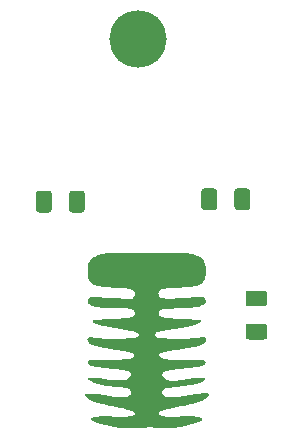
<source format=gbr>
G04 #@! TF.GenerationSoftware,KiCad,Pcbnew,(5.1.10)-1*
G04 #@! TF.CreationDate,2021-09-04T13:13:49-05:00*
G04 #@! TF.ProjectId,2b1,3262312e-6b69-4636-9164-5f7063625858,rev?*
G04 #@! TF.SameCoordinates,Original*
G04 #@! TF.FileFunction,Soldermask,Top*
G04 #@! TF.FilePolarity,Negative*
%FSLAX46Y46*%
G04 Gerber Fmt 4.6, Leading zero omitted, Abs format (unit mm)*
G04 Created by KiCad (PCBNEW (5.1.10)-1) date 2021-09-04 13:13:49*
%MOMM*%
%LPD*%
G01*
G04 APERTURE LIST*
%ADD10C,0.010000*%
%ADD11C,4.852000*%
G04 APERTURE END LIST*
D10*
G36*
X144221920Y-84143164D02*
G01*
X144451721Y-84143270D01*
X144679099Y-84143447D01*
X144902995Y-84143693D01*
X145122345Y-84144009D01*
X145336091Y-84144395D01*
X145543169Y-84144850D01*
X145742519Y-84145376D01*
X145933080Y-84145971D01*
X146113790Y-84146636D01*
X146283589Y-84147372D01*
X146441416Y-84148177D01*
X146586208Y-84149052D01*
X146716905Y-84149998D01*
X146832446Y-84151013D01*
X146931770Y-84152099D01*
X147013815Y-84153255D01*
X147077520Y-84154481D01*
X147121824Y-84155778D01*
X147140000Y-84156678D01*
X147336717Y-84176453D01*
X147530877Y-84208613D01*
X147719591Y-84252286D01*
X147899972Y-84306601D01*
X148069133Y-84370687D01*
X148224185Y-84443673D01*
X148362241Y-84524689D01*
X148364022Y-84525865D01*
X148471164Y-84606017D01*
X148561782Y-84694702D01*
X148637477Y-84794222D01*
X148699850Y-84906878D01*
X148750501Y-85034970D01*
X148774978Y-85116650D01*
X148819221Y-85303928D01*
X148847348Y-85479556D01*
X148859477Y-85645463D01*
X148855731Y-85803577D01*
X148836228Y-85955827D01*
X148829468Y-85990500D01*
X148798579Y-86123035D01*
X148764053Y-86237494D01*
X148724275Y-86336867D01*
X148677631Y-86424148D01*
X148622506Y-86502329D01*
X148557287Y-86574403D01*
X148480358Y-86643362D01*
X148474863Y-86647849D01*
X148429512Y-86682695D01*
X148381945Y-86714908D01*
X148331127Y-86744656D01*
X148276024Y-86772109D01*
X148215601Y-86797435D01*
X148148825Y-86820804D01*
X148074661Y-86842384D01*
X147992074Y-86862344D01*
X147900031Y-86880854D01*
X147797497Y-86898083D01*
X147683437Y-86914199D01*
X147556819Y-86929372D01*
X147416606Y-86943770D01*
X147261766Y-86957563D01*
X147091263Y-86970919D01*
X146904063Y-86984008D01*
X146699133Y-86996998D01*
X146475437Y-87010059D01*
X146231942Y-87023359D01*
X146150458Y-87027652D01*
X145985728Y-87036376D01*
X145840676Y-87044347D01*
X145713832Y-87051720D01*
X145603727Y-87058650D01*
X145508891Y-87065292D01*
X145427855Y-87071801D01*
X145359149Y-87078332D01*
X145301304Y-87085040D01*
X145252851Y-87092080D01*
X145212320Y-87099607D01*
X145178241Y-87107776D01*
X145149145Y-87116743D01*
X145123563Y-87126662D01*
X145100025Y-87137688D01*
X145098042Y-87138697D01*
X145027274Y-87185120D01*
X144962737Y-87246921D01*
X144907109Y-87319868D01*
X144863066Y-87399730D01*
X144833286Y-87482276D01*
X144820444Y-87563274D01*
X144820139Y-87578000D01*
X144828732Y-87655095D01*
X144852344Y-87731937D01*
X144888486Y-87804595D01*
X144934669Y-87869138D01*
X144988404Y-87921634D01*
X145047202Y-87958153D01*
X145065453Y-87965404D01*
X145101095Y-87975293D01*
X145146942Y-87983637D01*
X145204467Y-87990516D01*
X145275141Y-87996015D01*
X145360434Y-88000217D01*
X145461818Y-88003203D01*
X145580764Y-88005056D01*
X145718742Y-88005860D01*
X145785333Y-88005903D01*
X145907640Y-88005622D01*
X146013191Y-88004857D01*
X146106394Y-88003451D01*
X146191658Y-88001250D01*
X146273390Y-87998099D01*
X146355998Y-87993841D01*
X146443891Y-87988321D01*
X146541477Y-87981385D01*
X146594958Y-87977362D01*
X146736774Y-87966741D01*
X146868828Y-87957305D01*
X146993794Y-87948935D01*
X147114345Y-87941513D01*
X147233156Y-87934921D01*
X147352901Y-87929040D01*
X147476253Y-87923754D01*
X147605887Y-87918942D01*
X147744476Y-87914489D01*
X147894696Y-87910274D01*
X148059219Y-87906181D01*
X148240719Y-87902090D01*
X148352047Y-87899730D01*
X148701553Y-87892457D01*
X148772735Y-88041012D01*
X148797480Y-88094418D01*
X148818486Y-88143115D01*
X148834119Y-88183046D01*
X148842743Y-88210153D01*
X148843917Y-88217684D01*
X148836416Y-88256898D01*
X148812809Y-88297663D01*
X148771435Y-88342654D01*
X148759690Y-88353470D01*
X148652660Y-88436192D01*
X148529320Y-88507079D01*
X148391427Y-88565322D01*
X148240738Y-88610113D01*
X148167708Y-88625957D01*
X148115559Y-88635532D01*
X148061141Y-88644454D01*
X148003162Y-88652812D01*
X147940324Y-88660698D01*
X147871333Y-88668202D01*
X147794894Y-88675415D01*
X147709712Y-88682427D01*
X147614491Y-88689329D01*
X147507936Y-88696212D01*
X147388753Y-88703167D01*
X147255645Y-88710283D01*
X147107319Y-88717652D01*
X146942477Y-88725365D01*
X146759827Y-88733511D01*
X146558072Y-88742182D01*
X146430917Y-88747524D01*
X146228305Y-88756136D01*
X146046108Y-88764224D01*
X145883582Y-88771835D01*
X145739983Y-88779011D01*
X145614566Y-88785798D01*
X145506587Y-88792239D01*
X145415302Y-88798380D01*
X145339968Y-88804265D01*
X145279839Y-88809937D01*
X145234172Y-88815443D01*
X145202223Y-88820825D01*
X145201863Y-88820901D01*
X145109647Y-88849327D01*
X145028991Y-88894013D01*
X144957464Y-88955398D01*
X144912193Y-89004497D01*
X144881263Y-89046831D01*
X144862106Y-89088366D01*
X144852152Y-89135065D01*
X144848833Y-89192894D01*
X144848737Y-89207833D01*
X144853531Y-89289448D01*
X144869413Y-89356422D01*
X144898557Y-89412168D01*
X144943137Y-89460102D01*
X145005328Y-89503638D01*
X145053838Y-89529998D01*
X145097998Y-89550537D01*
X145146419Y-89569538D01*
X145200196Y-89587123D01*
X145260422Y-89603417D01*
X145328191Y-89618540D01*
X145404598Y-89632617D01*
X145490735Y-89645770D01*
X145587697Y-89658122D01*
X145696577Y-89669795D01*
X145818469Y-89680913D01*
X145954468Y-89691598D01*
X146105667Y-89701973D01*
X146273159Y-89712162D01*
X146458039Y-89722286D01*
X146661401Y-89732468D01*
X146884338Y-89742832D01*
X146991833Y-89747610D01*
X147204356Y-89757097D01*
X147396527Y-89766023D01*
X147569154Y-89774446D01*
X147723043Y-89782422D01*
X147859001Y-89790008D01*
X147977834Y-89797263D01*
X148080348Y-89804243D01*
X148167351Y-89811005D01*
X148239648Y-89817608D01*
X148298047Y-89824107D01*
X148343354Y-89830560D01*
X148376375Y-89837024D01*
X148397917Y-89843558D01*
X148406295Y-89847977D01*
X148417627Y-89859777D01*
X148417482Y-89875495D01*
X148410635Y-89894216D01*
X148387191Y-89931065D01*
X148348673Y-89969890D01*
X148300138Y-90006122D01*
X148263556Y-90027169D01*
X148184179Y-90062714D01*
X148084294Y-90099416D01*
X147964521Y-90137136D01*
X147825478Y-90175738D01*
X147667784Y-90215086D01*
X147492060Y-90255043D01*
X147298923Y-90295474D01*
X147088994Y-90336240D01*
X146862892Y-90377205D01*
X146621235Y-90418234D01*
X146364643Y-90459190D01*
X146171625Y-90488462D01*
X145965717Y-90519463D01*
X145779618Y-90548417D01*
X145612093Y-90575581D01*
X145461910Y-90601214D01*
X145327836Y-90625574D01*
X145208638Y-90648919D01*
X145103084Y-90671506D01*
X145009939Y-90693596D01*
X144927972Y-90715444D01*
X144855950Y-90737311D01*
X144792639Y-90759453D01*
X144736807Y-90782130D01*
X144709417Y-90794648D01*
X144633573Y-90836832D01*
X144577561Y-90882345D01*
X144540114Y-90932778D01*
X144519969Y-90989722D01*
X144515451Y-91038750D01*
X144522586Y-91102743D01*
X144544697Y-91157670D01*
X144582845Y-91204408D01*
X144638091Y-91243833D01*
X144711495Y-91276823D01*
X144804117Y-91304254D01*
X144848708Y-91314267D01*
X144936301Y-91329751D01*
X145043630Y-91344086D01*
X145169291Y-91357197D01*
X145311881Y-91369009D01*
X145469995Y-91379447D01*
X145642231Y-91388436D01*
X145827184Y-91395902D01*
X146023451Y-91401770D01*
X146229629Y-91405964D01*
X146444313Y-91408411D01*
X146626708Y-91409060D01*
X146864251Y-91408029D01*
X147083332Y-91404801D01*
X147286557Y-91399237D01*
X147476531Y-91391196D01*
X147655858Y-91380541D01*
X147827145Y-91367131D01*
X147992995Y-91350827D01*
X148156015Y-91331490D01*
X148210092Y-91324357D01*
X148347946Y-91306823D01*
X148465636Y-91294196D01*
X148563076Y-91286483D01*
X148640182Y-91283688D01*
X148696867Y-91285817D01*
X148730818Y-91292099D01*
X148774280Y-91316986D01*
X148806948Y-91357400D01*
X148827310Y-91409845D01*
X148833853Y-91470824D01*
X148828979Y-91519018D01*
X148814128Y-91560648D01*
X148785710Y-91609374D01*
X148747449Y-91660086D01*
X148703073Y-91707676D01*
X148670566Y-91736235D01*
X148630088Y-91766898D01*
X148587569Y-91795695D01*
X148541948Y-91822881D01*
X148492164Y-91848707D01*
X148437156Y-91873429D01*
X148375862Y-91897298D01*
X148307221Y-91920568D01*
X148230172Y-91943492D01*
X148143653Y-91966323D01*
X148046604Y-91989314D01*
X147937963Y-92012719D01*
X147816668Y-92036790D01*
X147681660Y-92061781D01*
X147531875Y-92087945D01*
X147366254Y-92115536D01*
X147183734Y-92144805D01*
X146983255Y-92176007D01*
X146763755Y-92209395D01*
X146557917Y-92240205D01*
X146376169Y-92267558D01*
X146213513Y-92292731D01*
X146068023Y-92316064D01*
X145937775Y-92337897D01*
X145820844Y-92358568D01*
X145715304Y-92378419D01*
X145619232Y-92397788D01*
X145530702Y-92417016D01*
X145451958Y-92435430D01*
X145303814Y-92473955D01*
X145176088Y-92512775D01*
X145068893Y-92551835D01*
X144982342Y-92591079D01*
X144916547Y-92630452D01*
X144871621Y-92669899D01*
X144847677Y-92709363D01*
X144843417Y-92734402D01*
X144852737Y-92782656D01*
X144878943Y-92834495D01*
X144919403Y-92885317D01*
X144942261Y-92907248D01*
X144976900Y-92933098D01*
X145026730Y-92964110D01*
X145087145Y-92997951D01*
X145153541Y-93032284D01*
X145221315Y-93064775D01*
X145285862Y-93093088D01*
X145342578Y-93114887D01*
X145367292Y-93122829D01*
X145397631Y-93131237D01*
X145428949Y-93138885D01*
X145462324Y-93145808D01*
X145498836Y-93152043D01*
X145539562Y-93157625D01*
X145585582Y-93162588D01*
X145637975Y-93166969D01*
X145697821Y-93170803D01*
X145766197Y-93174126D01*
X145844184Y-93176973D01*
X145932859Y-93179379D01*
X146033302Y-93181380D01*
X146146593Y-93183012D01*
X146273809Y-93184310D01*
X146416030Y-93185309D01*
X146574335Y-93186046D01*
X146749804Y-93186555D01*
X146943514Y-93186872D01*
X147156545Y-93187032D01*
X147320222Y-93187071D01*
X148659320Y-93187167D01*
X148723638Y-93253312D01*
X148767030Y-93299386D01*
X148796483Y-93334567D01*
X148814073Y-93361806D01*
X148821873Y-93384051D01*
X148822750Y-93394219D01*
X148814762Y-93413294D01*
X148793108Y-93441416D01*
X148761250Y-93475198D01*
X148722648Y-93511252D01*
X148680767Y-93546192D01*
X148639068Y-93576628D01*
X148630761Y-93582066D01*
X148605620Y-93597147D01*
X148578356Y-93611210D01*
X148547791Y-93624448D01*
X148512751Y-93637052D01*
X148472058Y-93649214D01*
X148424537Y-93661126D01*
X148369011Y-93672980D01*
X148304306Y-93684966D01*
X148229244Y-93697277D01*
X148142650Y-93710105D01*
X148043348Y-93723642D01*
X147930162Y-93738079D01*
X147801915Y-93753608D01*
X147657431Y-93770420D01*
X147495536Y-93788708D01*
X147315052Y-93808663D01*
X147114803Y-93830477D01*
X147092375Y-93832906D01*
X146890371Y-93854911D01*
X146708091Y-93875090D01*
X146544187Y-93893629D01*
X146397312Y-93910709D01*
X146266118Y-93926517D01*
X146149257Y-93941235D01*
X146045383Y-93955049D01*
X145953147Y-93968141D01*
X145871203Y-93980697D01*
X145798202Y-93992900D01*
X145732797Y-94004934D01*
X145673642Y-94016984D01*
X145619387Y-94029233D01*
X145575194Y-94040177D01*
X145477775Y-94070514D01*
X145386240Y-94109007D01*
X145305229Y-94153340D01*
X145239385Y-94201200D01*
X145223723Y-94215473D01*
X145175743Y-94268706D01*
X145144320Y-94320826D01*
X145129737Y-94373512D01*
X145132278Y-94428441D01*
X145152226Y-94487290D01*
X145189866Y-94551738D01*
X145245481Y-94623460D01*
X145303638Y-94687765D01*
X145361127Y-94745047D01*
X145419410Y-94795942D01*
X145479686Y-94840536D01*
X145543154Y-94878914D01*
X145611011Y-94911161D01*
X145684456Y-94937364D01*
X145764687Y-94957607D01*
X145852902Y-94971976D01*
X145950299Y-94980556D01*
X146058076Y-94983433D01*
X146177431Y-94980692D01*
X146309563Y-94972419D01*
X146455670Y-94958699D01*
X146616950Y-94939618D01*
X146794601Y-94915261D01*
X146989822Y-94885713D01*
X147203810Y-94851060D01*
X147319917Y-94831558D01*
X147427863Y-94813243D01*
X147517280Y-94798098D01*
X147590512Y-94785762D01*
X147649898Y-94775873D01*
X147697781Y-94768071D01*
X147736503Y-94761996D01*
X147768405Y-94757285D01*
X147795830Y-94753579D01*
X147821118Y-94750516D01*
X147846612Y-94747736D01*
X147874654Y-94744877D01*
X147896708Y-94742671D01*
X147936811Y-94739751D01*
X147992857Y-94737219D01*
X148061588Y-94735093D01*
X148139747Y-94733391D01*
X148224075Y-94732130D01*
X148311314Y-94731328D01*
X148398207Y-94731003D01*
X148481495Y-94731171D01*
X148557921Y-94731852D01*
X148624226Y-94733062D01*
X148677152Y-94734819D01*
X148713441Y-94737141D01*
X148722342Y-94738198D01*
X148758871Y-94747179D01*
X148775642Y-94761269D01*
X148773797Y-94782238D01*
X148762813Y-94800879D01*
X148742605Y-94822803D01*
X148709184Y-94852356D01*
X148667275Y-94885939D01*
X148621608Y-94919949D01*
X148576910Y-94950787D01*
X148537908Y-94974853D01*
X148525918Y-94981294D01*
X148476139Y-95003567D01*
X148409154Y-95029088D01*
X148328466Y-95056736D01*
X148237579Y-95085387D01*
X148139997Y-95113918D01*
X148039224Y-95141205D01*
X147981375Y-95155852D01*
X147717458Y-95215740D01*
X147434750Y-95270072D01*
X147134958Y-95318573D01*
X146819788Y-95360969D01*
X146490948Y-95396984D01*
X146473250Y-95398702D01*
X146313265Y-95414235D01*
X146172764Y-95428130D01*
X146050148Y-95440597D01*
X145943814Y-95451844D01*
X145852162Y-95462082D01*
X145773590Y-95471520D01*
X145706497Y-95480366D01*
X145649283Y-95488831D01*
X145600346Y-95497124D01*
X145558085Y-95505454D01*
X145520900Y-95514031D01*
X145487188Y-95523064D01*
X145460337Y-95531172D01*
X145386493Y-95558517D01*
X145326218Y-95591144D01*
X145271919Y-95633863D01*
X145227694Y-95678519D01*
X145167626Y-95752405D01*
X145127606Y-95821624D01*
X145107333Y-95887325D01*
X145106502Y-95950658D01*
X145124811Y-96012774D01*
X145134508Y-96032298D01*
X145160140Y-96070586D01*
X145197895Y-96116161D01*
X145242798Y-96163826D01*
X145289877Y-96208387D01*
X145334158Y-96244649D01*
X145345456Y-96252661D01*
X145376101Y-96271058D01*
X145410954Y-96286839D01*
X145451727Y-96300186D01*
X145500127Y-96311278D01*
X145557867Y-96320296D01*
X145626655Y-96327421D01*
X145708203Y-96332833D01*
X145804219Y-96336714D01*
X145916415Y-96339243D01*
X146046500Y-96340602D01*
X146181410Y-96340974D01*
X146572196Y-96341000D01*
X147028077Y-96261808D01*
X147231295Y-96226693D01*
X147415297Y-96195317D01*
X147581656Y-96167444D01*
X147731947Y-96142842D01*
X147867743Y-96121276D01*
X147990620Y-96102513D01*
X148102151Y-96086320D01*
X148203910Y-96072461D01*
X148297471Y-96060705D01*
X148384408Y-96050816D01*
X148466297Y-96042562D01*
X148544710Y-96035708D01*
X148557636Y-96034678D01*
X148691673Y-96026443D01*
X148805537Y-96024384D01*
X148899304Y-96028512D01*
X148973050Y-96038837D01*
X149026850Y-96055370D01*
X149060780Y-96078121D01*
X149074804Y-96106305D01*
X149069735Y-96132759D01*
X149050002Y-96169033D01*
X149018043Y-96212474D01*
X148976296Y-96260430D01*
X148927199Y-96310249D01*
X148873190Y-96359278D01*
X148816706Y-96404865D01*
X148769833Y-96438094D01*
X148670854Y-96498678D01*
X148563933Y-96554562D01*
X148446233Y-96606946D01*
X148314919Y-96657028D01*
X148167155Y-96706007D01*
X148059834Y-96738139D01*
X147989766Y-96758236D01*
X147923686Y-96776844D01*
X147859748Y-96794394D01*
X147796107Y-96811316D01*
X147730917Y-96828042D01*
X147662334Y-96845003D01*
X147588511Y-96862629D01*
X147507603Y-96881351D01*
X147417766Y-96901600D01*
X147317152Y-96923807D01*
X147203919Y-96948403D01*
X147076218Y-96975819D01*
X146932207Y-97006485D01*
X146770038Y-97040833D01*
X146700792Y-97055463D01*
X146494270Y-97099138D01*
X146307335Y-97138832D01*
X146138841Y-97174829D01*
X145987643Y-97207411D01*
X145852594Y-97236862D01*
X145732549Y-97263466D01*
X145626361Y-97287504D01*
X145532886Y-97309261D01*
X145450976Y-97329020D01*
X145379487Y-97347062D01*
X145317272Y-97363673D01*
X145263186Y-97379134D01*
X145216083Y-97393729D01*
X145174816Y-97407742D01*
X145138241Y-97421454D01*
X145105210Y-97435150D01*
X145074579Y-97449112D01*
X145045202Y-97463623D01*
X145041735Y-97465401D01*
X144966563Y-97510559D01*
X144903709Y-97561525D01*
X144856353Y-97615399D01*
X144832967Y-97655856D01*
X144818343Y-97709531D01*
X144823782Y-97757817D01*
X144849009Y-97799456D01*
X144868291Y-97816884D01*
X144926930Y-97853149D01*
X145004675Y-97887730D01*
X145099496Y-97920074D01*
X145209364Y-97949628D01*
X145332246Y-97975841D01*
X145466115Y-97998161D01*
X145594833Y-98014520D01*
X145644201Y-98018152D01*
X145712159Y-98020504D01*
X145796173Y-98021619D01*
X145893708Y-98021538D01*
X146002229Y-98020304D01*
X146119202Y-98017959D01*
X146242092Y-98014545D01*
X146368364Y-98010104D01*
X146495484Y-98004678D01*
X146620917Y-97998310D01*
X146642583Y-97997098D01*
X146767072Y-97990704D01*
X146897843Y-97985223D01*
X147031942Y-97980695D01*
X147166417Y-97977162D01*
X147298315Y-97974666D01*
X147424680Y-97973248D01*
X147542562Y-97972949D01*
X147649005Y-97973811D01*
X147741057Y-97975877D01*
X147815764Y-97979186D01*
X147833208Y-97980344D01*
X147991273Y-97995318D01*
X148130234Y-98015991D01*
X148251451Y-98042653D01*
X148356283Y-98075596D01*
X148434804Y-98109388D01*
X148474866Y-98130430D01*
X148499134Y-98147225D01*
X148511408Y-98163540D01*
X148515483Y-98183143D01*
X148515671Y-98189625D01*
X148508924Y-98217918D01*
X148487895Y-98247036D01*
X148451989Y-98277207D01*
X148400612Y-98308656D01*
X148333173Y-98341609D01*
X148249075Y-98376293D01*
X148147727Y-98412934D01*
X148028535Y-98451757D01*
X147890905Y-98492989D01*
X147734243Y-98536856D01*
X147557956Y-98583584D01*
X147361451Y-98633399D01*
X147330500Y-98641076D01*
X147148331Y-98685497D01*
X146983518Y-98724168D01*
X146833180Y-98757551D01*
X146694439Y-98786106D01*
X146564415Y-98810297D01*
X146440229Y-98830584D01*
X146319000Y-98847430D01*
X146197851Y-98861295D01*
X146073900Y-98872643D01*
X145944270Y-98881934D01*
X145806080Y-98889629D01*
X145769458Y-98891377D01*
X145711034Y-98893896D01*
X145639347Y-98896686D01*
X145557088Y-98899667D01*
X145466948Y-98902759D01*
X145371619Y-98905882D01*
X145273792Y-98908956D01*
X145176160Y-98911902D01*
X145081415Y-98914640D01*
X144992246Y-98917089D01*
X144911347Y-98919170D01*
X144841408Y-98920802D01*
X144785122Y-98921907D01*
X144745180Y-98922404D01*
X144727000Y-98922316D01*
X144705450Y-98918790D01*
X144667697Y-98909568D01*
X144617595Y-98895716D01*
X144558997Y-98878302D01*
X144495759Y-98858393D01*
X144494167Y-98857877D01*
X144298375Y-98794421D01*
X143965000Y-98832596D01*
X143800724Y-98851055D01*
X143653925Y-98866666D01*
X143521128Y-98879615D01*
X143398861Y-98890085D01*
X143283653Y-98898263D01*
X143172029Y-98904332D01*
X143060519Y-98908478D01*
X142945648Y-98910885D01*
X142823944Y-98911739D01*
X142691935Y-98911224D01*
X142546148Y-98909525D01*
X142525667Y-98909222D01*
X142335850Y-98905924D01*
X142165310Y-98901993D01*
X142012164Y-98897299D01*
X141874526Y-98891712D01*
X141750515Y-98885104D01*
X141638244Y-98877346D01*
X141535832Y-98868308D01*
X141441394Y-98857861D01*
X141353047Y-98845876D01*
X141268906Y-98832223D01*
X141192167Y-98817795D01*
X141102518Y-98799325D01*
X141000373Y-98777357D01*
X140888101Y-98752464D01*
X140768074Y-98725223D01*
X140642664Y-98696208D01*
X140514242Y-98665994D01*
X140385179Y-98635157D01*
X140257846Y-98604271D01*
X140134616Y-98573913D01*
X140017858Y-98544656D01*
X139909946Y-98517077D01*
X139813249Y-98491750D01*
X139730140Y-98469250D01*
X139662990Y-98450153D01*
X139614642Y-98435191D01*
X139506371Y-98394994D01*
X139406859Y-98349726D01*
X139320882Y-98301693D01*
X139278193Y-98272808D01*
X139232902Y-98233431D01*
X139208196Y-98197006D01*
X139204152Y-98163396D01*
X139220849Y-98132463D01*
X139258366Y-98104069D01*
X139316780Y-98078077D01*
X139396171Y-98054349D01*
X139403583Y-98052507D01*
X139507199Y-98031099D01*
X139629293Y-98012832D01*
X139767399Y-97997809D01*
X139919045Y-97986139D01*
X140081765Y-97977926D01*
X140253088Y-97973278D01*
X140430546Y-97972299D01*
X140611671Y-97975097D01*
X140793992Y-97981777D01*
X140906417Y-97987906D01*
X140999690Y-97992914D01*
X141104325Y-97997238D01*
X141217708Y-98000867D01*
X141337226Y-98003789D01*
X141460267Y-98005991D01*
X141584218Y-98007461D01*
X141706466Y-98008187D01*
X141824398Y-98008158D01*
X141935401Y-98007361D01*
X142036863Y-98005785D01*
X142126171Y-98003416D01*
X142200711Y-98000244D01*
X142257871Y-97996255D01*
X142276958Y-97994225D01*
X142419154Y-97974319D01*
X142541402Y-97952145D01*
X142644838Y-97927317D01*
X142730597Y-97899448D01*
X142799814Y-97868154D01*
X142853625Y-97833047D01*
X142893164Y-97793743D01*
X142901913Y-97781814D01*
X142923841Y-97735300D01*
X142926154Y-97688993D01*
X142908722Y-97642831D01*
X142871413Y-97596751D01*
X142814097Y-97550689D01*
X142736645Y-97504585D01*
X142638924Y-97458373D01*
X142520805Y-97411993D01*
X142382158Y-97365380D01*
X142222851Y-97318473D01*
X142042755Y-97271207D01*
X141841737Y-97223522D01*
X141657833Y-97183351D01*
X141593867Y-97169923D01*
X141513259Y-97153109D01*
X141420106Y-97133757D01*
X141318504Y-97112716D01*
X141212552Y-97090834D01*
X141106345Y-97068959D01*
X141012250Y-97049636D01*
X140742957Y-96993409D01*
X140494129Y-96939321D01*
X140265190Y-96887214D01*
X140055563Y-96836929D01*
X139864670Y-96788309D01*
X139691937Y-96741196D01*
X139536785Y-96695432D01*
X139398638Y-96650858D01*
X139276920Y-96607318D01*
X139171054Y-96564652D01*
X139080463Y-96522703D01*
X139070208Y-96517514D01*
X139038667Y-96500404D01*
X139009337Y-96481803D01*
X138979137Y-96459157D01*
X138944989Y-96429914D01*
X138903812Y-96391521D01*
X138852528Y-96341424D01*
X138825961Y-96315009D01*
X138761473Y-96249460D01*
X138712081Y-96196313D01*
X138676795Y-96154211D01*
X138654626Y-96121798D01*
X138644584Y-96097718D01*
X138645680Y-96080614D01*
X138650206Y-96074144D01*
X138665608Y-96069133D01*
X138699591Y-96064649D01*
X138749572Y-96060756D01*
X138812970Y-96057522D01*
X138887204Y-96055011D01*
X138969691Y-96053290D01*
X139057850Y-96052425D01*
X139149100Y-96052482D01*
X139240859Y-96053526D01*
X139330546Y-96055624D01*
X139350667Y-96056264D01*
X139393999Y-96057652D01*
X139432165Y-96058846D01*
X139466642Y-96060063D01*
X139498908Y-96061519D01*
X139530441Y-96063431D01*
X139562718Y-96066015D01*
X139597217Y-96069487D01*
X139635416Y-96074064D01*
X139678791Y-96079961D01*
X139728821Y-96087397D01*
X139786983Y-96096585D01*
X139854756Y-96107744D01*
X139933615Y-96121090D01*
X140025040Y-96136838D01*
X140130507Y-96155205D01*
X140251495Y-96176408D01*
X140389481Y-96200663D01*
X140545942Y-96228186D01*
X140651198Y-96246691D01*
X141195021Y-96342266D01*
X141710105Y-96338987D01*
X142225190Y-96335708D01*
X142305023Y-96296240D01*
X142374210Y-96253984D01*
X142440491Y-96198656D01*
X142500706Y-96134206D01*
X142551697Y-96064587D01*
X142590303Y-95993748D01*
X142613367Y-95925641D01*
X142616784Y-95906328D01*
X142617748Y-95869804D01*
X142609225Y-95833898D01*
X142589418Y-95794868D01*
X142556530Y-95748969D01*
X142520649Y-95706000D01*
X142457029Y-95637947D01*
X142398728Y-95587023D01*
X142342683Y-95550919D01*
X142285832Y-95527326D01*
X142282250Y-95526234D01*
X142235763Y-95513793D01*
X142179517Y-95501476D01*
X142112244Y-95489117D01*
X142032674Y-95476548D01*
X141939539Y-95463601D01*
X141831570Y-95450110D01*
X141707498Y-95435907D01*
X141566053Y-95420826D01*
X141405968Y-95404698D01*
X141234500Y-95388164D01*
X141023486Y-95367466D01*
X140831527Y-95347030D01*
X140656521Y-95326482D01*
X140496366Y-95305444D01*
X140348961Y-95283542D01*
X140212202Y-95260398D01*
X140083989Y-95235636D01*
X139962219Y-95208882D01*
X139844790Y-95179757D01*
X139729601Y-95147888D01*
X139614549Y-95112896D01*
X139516287Y-95080753D01*
X139386326Y-95034493D01*
X139270024Y-94987966D01*
X139168966Y-94941923D01*
X139084735Y-94897119D01*
X139018916Y-94854306D01*
X138989514Y-94830424D01*
X138960113Y-94798664D01*
X138950202Y-94773089D01*
X138959623Y-94752010D01*
X138980776Y-94737353D01*
X139030320Y-94719847D01*
X139099569Y-94708406D01*
X139188587Y-94703031D01*
X139297435Y-94703730D01*
X139426176Y-94710505D01*
X139574871Y-94723361D01*
X139743582Y-94742303D01*
X139932373Y-94767335D01*
X140141304Y-94798461D01*
X140370438Y-94835686D01*
X140379987Y-94837296D01*
X140473146Y-94852706D01*
X140565728Y-94867443D01*
X140654158Y-94880980D01*
X140734863Y-94892788D01*
X140804267Y-94902341D01*
X140858796Y-94909112D01*
X140885250Y-94911831D01*
X140923605Y-94914378D01*
X140980260Y-94917017D01*
X141052347Y-94919667D01*
X141137001Y-94922245D01*
X141231353Y-94924669D01*
X141332539Y-94926858D01*
X141437690Y-94928729D01*
X141514958Y-94929843D01*
X141651882Y-94931505D01*
X141769533Y-94932459D01*
X141869802Y-94932370D01*
X141954578Y-94930899D01*
X142025752Y-94927709D01*
X142085214Y-94922464D01*
X142134855Y-94914827D01*
X142176565Y-94904459D01*
X142212234Y-94891025D01*
X142243753Y-94874186D01*
X142273013Y-94853606D01*
X142301903Y-94828947D01*
X142332313Y-94799873D01*
X142351624Y-94780622D01*
X142438615Y-94685659D01*
X142505267Y-94595851D01*
X142551607Y-94511354D01*
X142577660Y-94432323D01*
X142583451Y-94358911D01*
X142569005Y-94291275D01*
X142534347Y-94229569D01*
X142479503Y-94173947D01*
X142404498Y-94124565D01*
X142309357Y-94081577D01*
X142233591Y-94056200D01*
X142179829Y-94041195D01*
X142120726Y-94026655D01*
X142054937Y-94012385D01*
X141981117Y-93998192D01*
X141897922Y-93983882D01*
X141804006Y-93969259D01*
X141698026Y-93954131D01*
X141578636Y-93938303D01*
X141444492Y-93921580D01*
X141294249Y-93903769D01*
X141126562Y-93884675D01*
X140940088Y-93864104D01*
X140795292Y-93848468D01*
X140581930Y-93825467D01*
X140388554Y-93804313D01*
X140214078Y-93784853D01*
X140057416Y-93766929D01*
X139917482Y-93750386D01*
X139793190Y-93735069D01*
X139683454Y-93720822D01*
X139587189Y-93707489D01*
X139503307Y-93694915D01*
X139430725Y-93682943D01*
X139368355Y-93671419D01*
X139315111Y-93660187D01*
X139269909Y-93649090D01*
X139231661Y-93637974D01*
X139199282Y-93626682D01*
X139173802Y-93616032D01*
X139133085Y-93592270D01*
X139088449Y-93557724D01*
X139043113Y-93515945D01*
X139000298Y-93470482D01*
X138963222Y-93424883D01*
X138935103Y-93382698D01*
X138919162Y-93347477D01*
X138916750Y-93332607D01*
X138922695Y-93302098D01*
X138941631Y-93277169D01*
X138975206Y-93257083D01*
X139025070Y-93241107D01*
X139092872Y-93228504D01*
X139170750Y-93219425D01*
X139213146Y-93216345D01*
X139276250Y-93213166D01*
X139359606Y-93209898D01*
X139462756Y-93206551D01*
X139585243Y-93203137D01*
X139726608Y-93199664D01*
X139886394Y-93196144D01*
X140064145Y-93192587D01*
X140259402Y-93189004D01*
X140471708Y-93185403D01*
X140700605Y-93181797D01*
X140945636Y-93178195D01*
X141070458Y-93176449D01*
X141263124Y-93173698D01*
X141435838Y-93171008D01*
X141589813Y-93168329D01*
X141726264Y-93165614D01*
X141846406Y-93162814D01*
X141951452Y-93159880D01*
X142042617Y-93156765D01*
X142121114Y-93153420D01*
X142188158Y-93149796D01*
X142244963Y-93145847D01*
X142292743Y-93141522D01*
X142332713Y-93136774D01*
X142366085Y-93131555D01*
X142394076Y-93125816D01*
X142403958Y-93123384D01*
X142471086Y-93102258D01*
X142543556Y-93073127D01*
X142615599Y-93038843D01*
X142681443Y-93002259D01*
X142735317Y-92966229D01*
X142755858Y-92949407D01*
X142807158Y-92889763D01*
X142839861Y-92820326D01*
X142853393Y-92742398D01*
X142853750Y-92726763D01*
X142851721Y-92689053D01*
X142843428Y-92662490D01*
X142825560Y-92637264D01*
X142822285Y-92633483D01*
X142796617Y-92609851D01*
X142761200Y-92587183D01*
X142714419Y-92564926D01*
X142654658Y-92542530D01*
X142580299Y-92519444D01*
X142489728Y-92495118D01*
X142381328Y-92469000D01*
X142261083Y-92442182D01*
X142159923Y-92420644D01*
X142058138Y-92399764D01*
X141953518Y-92379150D01*
X141843852Y-92358408D01*
X141726929Y-92337145D01*
X141600538Y-92314967D01*
X141462468Y-92291482D01*
X141310507Y-92266295D01*
X141142445Y-92239014D01*
X140956072Y-92209245D01*
X140917000Y-92203052D01*
X140698989Y-92168261D01*
X140500782Y-92135993D01*
X140321201Y-92105967D01*
X140159068Y-92077904D01*
X140013208Y-92051525D01*
X139882441Y-92026550D01*
X139765592Y-92002700D01*
X139661484Y-91979694D01*
X139568938Y-91957255D01*
X139486778Y-91935102D01*
X139413826Y-91912955D01*
X139348906Y-91890535D01*
X139290840Y-91867563D01*
X139238451Y-91843760D01*
X139190562Y-91818844D01*
X139145996Y-91792538D01*
X139121535Y-91776753D01*
X139057032Y-91728430D01*
X138998155Y-91674073D01*
X138949567Y-91618445D01*
X138916407Y-91567244D01*
X138896653Y-91509334D01*
X138893399Y-91449879D01*
X138905512Y-91393384D01*
X138931857Y-91344358D01*
X138971299Y-91307307D01*
X138983643Y-91300148D01*
X139000291Y-91292233D01*
X139016698Y-91287021D01*
X139036833Y-91284350D01*
X139064665Y-91284060D01*
X139104162Y-91285988D01*
X139159293Y-91289974D01*
X139184727Y-91291959D01*
X139248947Y-91297513D01*
X139327116Y-91305051D01*
X139412188Y-91313849D01*
X139497119Y-91323181D01*
X139562333Y-91330799D01*
X139696413Y-91346662D01*
X139818359Y-91360267D01*
X139931256Y-91371781D01*
X140038190Y-91381369D01*
X140142244Y-91389197D01*
X140246504Y-91395430D01*
X140354054Y-91400233D01*
X140467980Y-91403773D01*
X140591365Y-91406215D01*
X140727295Y-91407724D01*
X140878855Y-91408466D01*
X141012250Y-91408619D01*
X141290225Y-91407690D01*
X141547539Y-91404913D01*
X141784620Y-91400242D01*
X142001896Y-91393635D01*
X142199795Y-91385048D01*
X142378746Y-91374437D01*
X142539177Y-91361759D01*
X142681516Y-91346970D01*
X142806192Y-91330026D01*
X142913631Y-91310885D01*
X143004264Y-91289503D01*
X143078517Y-91265835D01*
X143136820Y-91239839D01*
X143179600Y-91211470D01*
X143203971Y-91185610D01*
X143218323Y-91161467D01*
X143226140Y-91135037D01*
X143229179Y-91098742D01*
X143229458Y-91075792D01*
X143223627Y-91012866D01*
X143204948Y-90958299D01*
X143171643Y-90909915D01*
X143121931Y-90865538D01*
X143054034Y-90822993D01*
X143000557Y-90795883D01*
X142941852Y-90770073D01*
X142876292Y-90745349D01*
X142802387Y-90721376D01*
X142718643Y-90697817D01*
X142623570Y-90674334D01*
X142515675Y-90650590D01*
X142393467Y-90626249D01*
X142255454Y-90600974D01*
X142100143Y-90574426D01*
X141926043Y-90546270D01*
X141827167Y-90530816D01*
X141540123Y-90485752D01*
X141273588Y-90442521D01*
X141026997Y-90400996D01*
X140799784Y-90361049D01*
X140591382Y-90322554D01*
X140401224Y-90285384D01*
X140228746Y-90249411D01*
X140073380Y-90214508D01*
X139934561Y-90180548D01*
X139811722Y-90147404D01*
X139704298Y-90114948D01*
X139611722Y-90083055D01*
X139533428Y-90051595D01*
X139468850Y-90020443D01*
X139417767Y-89989708D01*
X139384049Y-89961346D01*
X139356396Y-89928407D01*
X139337044Y-89895106D01*
X139328227Y-89865658D01*
X139332178Y-89844279D01*
X139337850Y-89838922D01*
X139354934Y-89834497D01*
X139392778Y-89829364D01*
X139450986Y-89823550D01*
X139529163Y-89817083D01*
X139626915Y-89809989D01*
X139743847Y-89802295D01*
X139879564Y-89794027D01*
X140033671Y-89785213D01*
X140205773Y-89775880D01*
X140395476Y-89766054D01*
X140446042Y-89763502D01*
X140664709Y-89752408D01*
X140863575Y-89742073D01*
X141043987Y-89732418D01*
X141207294Y-89723362D01*
X141354845Y-89714822D01*
X141487987Y-89706718D01*
X141608068Y-89698969D01*
X141716438Y-89691494D01*
X141814444Y-89684212D01*
X141903435Y-89677041D01*
X141948875Y-89673129D01*
X142113756Y-89657123D01*
X142258776Y-89639686D01*
X142385219Y-89620318D01*
X142494370Y-89598525D01*
X142587513Y-89573809D01*
X142665933Y-89545673D01*
X142730914Y-89513621D01*
X142783741Y-89477156D01*
X142825699Y-89435781D01*
X142858072Y-89389000D01*
X142882144Y-89336316D01*
X142891126Y-89308791D01*
X142901733Y-89259758D01*
X142903396Y-89212489D01*
X142895063Y-89164733D01*
X142875683Y-89114242D01*
X142844206Y-89058763D01*
X142799580Y-88996046D01*
X142740754Y-88923841D01*
X142677952Y-88852383D01*
X142600915Y-88766808D01*
X142052645Y-88759773D01*
X141790284Y-88755867D01*
X141537539Y-88751028D01*
X141295515Y-88745301D01*
X141065313Y-88738731D01*
X140848038Y-88731365D01*
X140644793Y-88723249D01*
X140456680Y-88714427D01*
X140284803Y-88704946D01*
X140130265Y-88694852D01*
X139994169Y-88684190D01*
X139877619Y-88673006D01*
X139830350Y-88667635D01*
X139655406Y-88643368D01*
X139499118Y-88615008D01*
X139361847Y-88582671D01*
X139243957Y-88546469D01*
X139145809Y-88506517D01*
X139067766Y-88462929D01*
X139010190Y-88415819D01*
X139002131Y-88407091D01*
X138970038Y-88362542D01*
X138941519Y-88308397D01*
X138919671Y-88251960D01*
X138907591Y-88200532D01*
X138906167Y-88180799D01*
X138909523Y-88142439D01*
X138921062Y-88106280D01*
X138942990Y-88068408D01*
X138977512Y-88024908D01*
X139019782Y-87979152D01*
X139103054Y-87892693D01*
X139658131Y-87904930D01*
X139835857Y-87909007D01*
X139995066Y-87913027D01*
X140138406Y-87917102D01*
X140268528Y-87921341D01*
X140388079Y-87925855D01*
X140499709Y-87930754D01*
X140606066Y-87936149D01*
X140709800Y-87942151D01*
X140813559Y-87948869D01*
X140919993Y-87956414D01*
X140954042Y-87958945D01*
X141070225Y-87967403D01*
X141180980Y-87974858D01*
X141289453Y-87981452D01*
X141398789Y-87987329D01*
X141512138Y-87992630D01*
X141632644Y-87997499D01*
X141763454Y-88002077D01*
X141907716Y-88006507D01*
X142068576Y-88010931D01*
X142147501Y-88012965D01*
X142631878Y-88025234D01*
X142707543Y-87963013D01*
X142785881Y-87888175D01*
X142843995Y-87808711D01*
X142882546Y-87723449D01*
X142902194Y-87631220D01*
X142903680Y-87615042D01*
X142900922Y-87518999D01*
X142878806Y-87428331D01*
X142838842Y-87344856D01*
X142782539Y-87270397D01*
X142711404Y-87206772D01*
X142626948Y-87155801D01*
X142530678Y-87119305D01*
X142483333Y-87107976D01*
X142440136Y-87099841D01*
X142395506Y-87092403D01*
X142347699Y-87085521D01*
X142294971Y-87079052D01*
X142235579Y-87072854D01*
X142167777Y-87066783D01*
X142089823Y-87060698D01*
X141999973Y-87054456D01*
X141896481Y-87047915D01*
X141777606Y-87040932D01*
X141641602Y-87033364D01*
X141486725Y-87025069D01*
X141435583Y-87022379D01*
X141186495Y-87008779D01*
X140957531Y-86995046D01*
X140747648Y-86980973D01*
X140555805Y-86966353D01*
X140380959Y-86950978D01*
X140222067Y-86934642D01*
X140078088Y-86917137D01*
X139947978Y-86898256D01*
X139830695Y-86877793D01*
X139725196Y-86855540D01*
X139630441Y-86831290D01*
X139545385Y-86804836D01*
X139468987Y-86775971D01*
X139400203Y-86744487D01*
X139337993Y-86710178D01*
X139281313Y-86672837D01*
X139229120Y-86632256D01*
X139180374Y-86588229D01*
X139162829Y-86570849D01*
X139097177Y-86498150D01*
X139042034Y-86422806D01*
X138996784Y-86342610D01*
X138960811Y-86255355D01*
X138933498Y-86158835D01*
X138914227Y-86050845D01*
X138902384Y-85929177D01*
X138897350Y-85791625D01*
X138898510Y-85635984D01*
X138898763Y-85626009D01*
X138907195Y-85448937D01*
X138922650Y-85290837D01*
X138945086Y-85151959D01*
X138974460Y-85032553D01*
X139010729Y-84932871D01*
X139019776Y-84913309D01*
X139040797Y-84879311D01*
X139075075Y-84834816D01*
X139119643Y-84782924D01*
X139171535Y-84726733D01*
X139227783Y-84669342D01*
X139285421Y-84613849D01*
X139341482Y-84563353D01*
X139392998Y-84520953D01*
X139402030Y-84514067D01*
X139501451Y-84445706D01*
X139607346Y-84385680D01*
X139721451Y-84333517D01*
X139845502Y-84288744D01*
X139981233Y-84250891D01*
X140130382Y-84219485D01*
X140294683Y-84194055D01*
X140475872Y-84174129D01*
X140675684Y-84159234D01*
X140715917Y-84156933D01*
X140751452Y-84155587D01*
X140806850Y-84154310D01*
X140881050Y-84153102D01*
X140972989Y-84151962D01*
X141081607Y-84150891D01*
X141205844Y-84149890D01*
X141344636Y-84148957D01*
X141496924Y-84148093D01*
X141661647Y-84147298D01*
X141837742Y-84146573D01*
X142024150Y-84145916D01*
X142219808Y-84145329D01*
X142423655Y-84144811D01*
X142634632Y-84144362D01*
X142851675Y-84143983D01*
X143073724Y-84143672D01*
X143299718Y-84143432D01*
X143528596Y-84143260D01*
X143759296Y-84143159D01*
X143990758Y-84143126D01*
X144221920Y-84143164D01*
G37*
X144221920Y-84143164D02*
X144451721Y-84143270D01*
X144679099Y-84143447D01*
X144902995Y-84143693D01*
X145122345Y-84144009D01*
X145336091Y-84144395D01*
X145543169Y-84144850D01*
X145742519Y-84145376D01*
X145933080Y-84145971D01*
X146113790Y-84146636D01*
X146283589Y-84147372D01*
X146441416Y-84148177D01*
X146586208Y-84149052D01*
X146716905Y-84149998D01*
X146832446Y-84151013D01*
X146931770Y-84152099D01*
X147013815Y-84153255D01*
X147077520Y-84154481D01*
X147121824Y-84155778D01*
X147140000Y-84156678D01*
X147336717Y-84176453D01*
X147530877Y-84208613D01*
X147719591Y-84252286D01*
X147899972Y-84306601D01*
X148069133Y-84370687D01*
X148224185Y-84443673D01*
X148362241Y-84524689D01*
X148364022Y-84525865D01*
X148471164Y-84606017D01*
X148561782Y-84694702D01*
X148637477Y-84794222D01*
X148699850Y-84906878D01*
X148750501Y-85034970D01*
X148774978Y-85116650D01*
X148819221Y-85303928D01*
X148847348Y-85479556D01*
X148859477Y-85645463D01*
X148855731Y-85803577D01*
X148836228Y-85955827D01*
X148829468Y-85990500D01*
X148798579Y-86123035D01*
X148764053Y-86237494D01*
X148724275Y-86336867D01*
X148677631Y-86424148D01*
X148622506Y-86502329D01*
X148557287Y-86574403D01*
X148480358Y-86643362D01*
X148474863Y-86647849D01*
X148429512Y-86682695D01*
X148381945Y-86714908D01*
X148331127Y-86744656D01*
X148276024Y-86772109D01*
X148215601Y-86797435D01*
X148148825Y-86820804D01*
X148074661Y-86842384D01*
X147992074Y-86862344D01*
X147900031Y-86880854D01*
X147797497Y-86898083D01*
X147683437Y-86914199D01*
X147556819Y-86929372D01*
X147416606Y-86943770D01*
X147261766Y-86957563D01*
X147091263Y-86970919D01*
X146904063Y-86984008D01*
X146699133Y-86996998D01*
X146475437Y-87010059D01*
X146231942Y-87023359D01*
X146150458Y-87027652D01*
X145985728Y-87036376D01*
X145840676Y-87044347D01*
X145713832Y-87051720D01*
X145603727Y-87058650D01*
X145508891Y-87065292D01*
X145427855Y-87071801D01*
X145359149Y-87078332D01*
X145301304Y-87085040D01*
X145252851Y-87092080D01*
X145212320Y-87099607D01*
X145178241Y-87107776D01*
X145149145Y-87116743D01*
X145123563Y-87126662D01*
X145100025Y-87137688D01*
X145098042Y-87138697D01*
X145027274Y-87185120D01*
X144962737Y-87246921D01*
X144907109Y-87319868D01*
X144863066Y-87399730D01*
X144833286Y-87482276D01*
X144820444Y-87563274D01*
X144820139Y-87578000D01*
X144828732Y-87655095D01*
X144852344Y-87731937D01*
X144888486Y-87804595D01*
X144934669Y-87869138D01*
X144988404Y-87921634D01*
X145047202Y-87958153D01*
X145065453Y-87965404D01*
X145101095Y-87975293D01*
X145146942Y-87983637D01*
X145204467Y-87990516D01*
X145275141Y-87996015D01*
X145360434Y-88000217D01*
X145461818Y-88003203D01*
X145580764Y-88005056D01*
X145718742Y-88005860D01*
X145785333Y-88005903D01*
X145907640Y-88005622D01*
X146013191Y-88004857D01*
X146106394Y-88003451D01*
X146191658Y-88001250D01*
X146273390Y-87998099D01*
X146355998Y-87993841D01*
X146443891Y-87988321D01*
X146541477Y-87981385D01*
X146594958Y-87977362D01*
X146736774Y-87966741D01*
X146868828Y-87957305D01*
X146993794Y-87948935D01*
X147114345Y-87941513D01*
X147233156Y-87934921D01*
X147352901Y-87929040D01*
X147476253Y-87923754D01*
X147605887Y-87918942D01*
X147744476Y-87914489D01*
X147894696Y-87910274D01*
X148059219Y-87906181D01*
X148240719Y-87902090D01*
X148352047Y-87899730D01*
X148701553Y-87892457D01*
X148772735Y-88041012D01*
X148797480Y-88094418D01*
X148818486Y-88143115D01*
X148834119Y-88183046D01*
X148842743Y-88210153D01*
X148843917Y-88217684D01*
X148836416Y-88256898D01*
X148812809Y-88297663D01*
X148771435Y-88342654D01*
X148759690Y-88353470D01*
X148652660Y-88436192D01*
X148529320Y-88507079D01*
X148391427Y-88565322D01*
X148240738Y-88610113D01*
X148167708Y-88625957D01*
X148115559Y-88635532D01*
X148061141Y-88644454D01*
X148003162Y-88652812D01*
X147940324Y-88660698D01*
X147871333Y-88668202D01*
X147794894Y-88675415D01*
X147709712Y-88682427D01*
X147614491Y-88689329D01*
X147507936Y-88696212D01*
X147388753Y-88703167D01*
X147255645Y-88710283D01*
X147107319Y-88717652D01*
X146942477Y-88725365D01*
X146759827Y-88733511D01*
X146558072Y-88742182D01*
X146430917Y-88747524D01*
X146228305Y-88756136D01*
X146046108Y-88764224D01*
X145883582Y-88771835D01*
X145739983Y-88779011D01*
X145614566Y-88785798D01*
X145506587Y-88792239D01*
X145415302Y-88798380D01*
X145339968Y-88804265D01*
X145279839Y-88809937D01*
X145234172Y-88815443D01*
X145202223Y-88820825D01*
X145201863Y-88820901D01*
X145109647Y-88849327D01*
X145028991Y-88894013D01*
X144957464Y-88955398D01*
X144912193Y-89004497D01*
X144881263Y-89046831D01*
X144862106Y-89088366D01*
X144852152Y-89135065D01*
X144848833Y-89192894D01*
X144848737Y-89207833D01*
X144853531Y-89289448D01*
X144869413Y-89356422D01*
X144898557Y-89412168D01*
X144943137Y-89460102D01*
X145005328Y-89503638D01*
X145053838Y-89529998D01*
X145097998Y-89550537D01*
X145146419Y-89569538D01*
X145200196Y-89587123D01*
X145260422Y-89603417D01*
X145328191Y-89618540D01*
X145404598Y-89632617D01*
X145490735Y-89645770D01*
X145587697Y-89658122D01*
X145696577Y-89669795D01*
X145818469Y-89680913D01*
X145954468Y-89691598D01*
X146105667Y-89701973D01*
X146273159Y-89712162D01*
X146458039Y-89722286D01*
X146661401Y-89732468D01*
X146884338Y-89742832D01*
X146991833Y-89747610D01*
X147204356Y-89757097D01*
X147396527Y-89766023D01*
X147569154Y-89774446D01*
X147723043Y-89782422D01*
X147859001Y-89790008D01*
X147977834Y-89797263D01*
X148080348Y-89804243D01*
X148167351Y-89811005D01*
X148239648Y-89817608D01*
X148298047Y-89824107D01*
X148343354Y-89830560D01*
X148376375Y-89837024D01*
X148397917Y-89843558D01*
X148406295Y-89847977D01*
X148417627Y-89859777D01*
X148417482Y-89875495D01*
X148410635Y-89894216D01*
X148387191Y-89931065D01*
X148348673Y-89969890D01*
X148300138Y-90006122D01*
X148263556Y-90027169D01*
X148184179Y-90062714D01*
X148084294Y-90099416D01*
X147964521Y-90137136D01*
X147825478Y-90175738D01*
X147667784Y-90215086D01*
X147492060Y-90255043D01*
X147298923Y-90295474D01*
X147088994Y-90336240D01*
X146862892Y-90377205D01*
X146621235Y-90418234D01*
X146364643Y-90459190D01*
X146171625Y-90488462D01*
X145965717Y-90519463D01*
X145779618Y-90548417D01*
X145612093Y-90575581D01*
X145461910Y-90601214D01*
X145327836Y-90625574D01*
X145208638Y-90648919D01*
X145103084Y-90671506D01*
X145009939Y-90693596D01*
X144927972Y-90715444D01*
X144855950Y-90737311D01*
X144792639Y-90759453D01*
X144736807Y-90782130D01*
X144709417Y-90794648D01*
X144633573Y-90836832D01*
X144577561Y-90882345D01*
X144540114Y-90932778D01*
X144519969Y-90989722D01*
X144515451Y-91038750D01*
X144522586Y-91102743D01*
X144544697Y-91157670D01*
X144582845Y-91204408D01*
X144638091Y-91243833D01*
X144711495Y-91276823D01*
X144804117Y-91304254D01*
X144848708Y-91314267D01*
X144936301Y-91329751D01*
X145043630Y-91344086D01*
X145169291Y-91357197D01*
X145311881Y-91369009D01*
X145469995Y-91379447D01*
X145642231Y-91388436D01*
X145827184Y-91395902D01*
X146023451Y-91401770D01*
X146229629Y-91405964D01*
X146444313Y-91408411D01*
X146626708Y-91409060D01*
X146864251Y-91408029D01*
X147083332Y-91404801D01*
X147286557Y-91399237D01*
X147476531Y-91391196D01*
X147655858Y-91380541D01*
X147827145Y-91367131D01*
X147992995Y-91350827D01*
X148156015Y-91331490D01*
X148210092Y-91324357D01*
X148347946Y-91306823D01*
X148465636Y-91294196D01*
X148563076Y-91286483D01*
X148640182Y-91283688D01*
X148696867Y-91285817D01*
X148730818Y-91292099D01*
X148774280Y-91316986D01*
X148806948Y-91357400D01*
X148827310Y-91409845D01*
X148833853Y-91470824D01*
X148828979Y-91519018D01*
X148814128Y-91560648D01*
X148785710Y-91609374D01*
X148747449Y-91660086D01*
X148703073Y-91707676D01*
X148670566Y-91736235D01*
X148630088Y-91766898D01*
X148587569Y-91795695D01*
X148541948Y-91822881D01*
X148492164Y-91848707D01*
X148437156Y-91873429D01*
X148375862Y-91897298D01*
X148307221Y-91920568D01*
X148230172Y-91943492D01*
X148143653Y-91966323D01*
X148046604Y-91989314D01*
X147937963Y-92012719D01*
X147816668Y-92036790D01*
X147681660Y-92061781D01*
X147531875Y-92087945D01*
X147366254Y-92115536D01*
X147183734Y-92144805D01*
X146983255Y-92176007D01*
X146763755Y-92209395D01*
X146557917Y-92240205D01*
X146376169Y-92267558D01*
X146213513Y-92292731D01*
X146068023Y-92316064D01*
X145937775Y-92337897D01*
X145820844Y-92358568D01*
X145715304Y-92378419D01*
X145619232Y-92397788D01*
X145530702Y-92417016D01*
X145451958Y-92435430D01*
X145303814Y-92473955D01*
X145176088Y-92512775D01*
X145068893Y-92551835D01*
X144982342Y-92591079D01*
X144916547Y-92630452D01*
X144871621Y-92669899D01*
X144847677Y-92709363D01*
X144843417Y-92734402D01*
X144852737Y-92782656D01*
X144878943Y-92834495D01*
X144919403Y-92885317D01*
X144942261Y-92907248D01*
X144976900Y-92933098D01*
X145026730Y-92964110D01*
X145087145Y-92997951D01*
X145153541Y-93032284D01*
X145221315Y-93064775D01*
X145285862Y-93093088D01*
X145342578Y-93114887D01*
X145367292Y-93122829D01*
X145397631Y-93131237D01*
X145428949Y-93138885D01*
X145462324Y-93145808D01*
X145498836Y-93152043D01*
X145539562Y-93157625D01*
X145585582Y-93162588D01*
X145637975Y-93166969D01*
X145697821Y-93170803D01*
X145766197Y-93174126D01*
X145844184Y-93176973D01*
X145932859Y-93179379D01*
X146033302Y-93181380D01*
X146146593Y-93183012D01*
X146273809Y-93184310D01*
X146416030Y-93185309D01*
X146574335Y-93186046D01*
X146749804Y-93186555D01*
X146943514Y-93186872D01*
X147156545Y-93187032D01*
X147320222Y-93187071D01*
X148659320Y-93187167D01*
X148723638Y-93253312D01*
X148767030Y-93299386D01*
X148796483Y-93334567D01*
X148814073Y-93361806D01*
X148821873Y-93384051D01*
X148822750Y-93394219D01*
X148814762Y-93413294D01*
X148793108Y-93441416D01*
X148761250Y-93475198D01*
X148722648Y-93511252D01*
X148680767Y-93546192D01*
X148639068Y-93576628D01*
X148630761Y-93582066D01*
X148605620Y-93597147D01*
X148578356Y-93611210D01*
X148547791Y-93624448D01*
X148512751Y-93637052D01*
X148472058Y-93649214D01*
X148424537Y-93661126D01*
X148369011Y-93672980D01*
X148304306Y-93684966D01*
X148229244Y-93697277D01*
X148142650Y-93710105D01*
X148043348Y-93723642D01*
X147930162Y-93738079D01*
X147801915Y-93753608D01*
X147657431Y-93770420D01*
X147495536Y-93788708D01*
X147315052Y-93808663D01*
X147114803Y-93830477D01*
X147092375Y-93832906D01*
X146890371Y-93854911D01*
X146708091Y-93875090D01*
X146544187Y-93893629D01*
X146397312Y-93910709D01*
X146266118Y-93926517D01*
X146149257Y-93941235D01*
X146045383Y-93955049D01*
X145953147Y-93968141D01*
X145871203Y-93980697D01*
X145798202Y-93992900D01*
X145732797Y-94004934D01*
X145673642Y-94016984D01*
X145619387Y-94029233D01*
X145575194Y-94040177D01*
X145477775Y-94070514D01*
X145386240Y-94109007D01*
X145305229Y-94153340D01*
X145239385Y-94201200D01*
X145223723Y-94215473D01*
X145175743Y-94268706D01*
X145144320Y-94320826D01*
X145129737Y-94373512D01*
X145132278Y-94428441D01*
X145152226Y-94487290D01*
X145189866Y-94551738D01*
X145245481Y-94623460D01*
X145303638Y-94687765D01*
X145361127Y-94745047D01*
X145419410Y-94795942D01*
X145479686Y-94840536D01*
X145543154Y-94878914D01*
X145611011Y-94911161D01*
X145684456Y-94937364D01*
X145764687Y-94957607D01*
X145852902Y-94971976D01*
X145950299Y-94980556D01*
X146058076Y-94983433D01*
X146177431Y-94980692D01*
X146309563Y-94972419D01*
X146455670Y-94958699D01*
X146616950Y-94939618D01*
X146794601Y-94915261D01*
X146989822Y-94885713D01*
X147203810Y-94851060D01*
X147319917Y-94831558D01*
X147427863Y-94813243D01*
X147517280Y-94798098D01*
X147590512Y-94785762D01*
X147649898Y-94775873D01*
X147697781Y-94768071D01*
X147736503Y-94761996D01*
X147768405Y-94757285D01*
X147795830Y-94753579D01*
X147821118Y-94750516D01*
X147846612Y-94747736D01*
X147874654Y-94744877D01*
X147896708Y-94742671D01*
X147936811Y-94739751D01*
X147992857Y-94737219D01*
X148061588Y-94735093D01*
X148139747Y-94733391D01*
X148224075Y-94732130D01*
X148311314Y-94731328D01*
X148398207Y-94731003D01*
X148481495Y-94731171D01*
X148557921Y-94731852D01*
X148624226Y-94733062D01*
X148677152Y-94734819D01*
X148713441Y-94737141D01*
X148722342Y-94738198D01*
X148758871Y-94747179D01*
X148775642Y-94761269D01*
X148773797Y-94782238D01*
X148762813Y-94800879D01*
X148742605Y-94822803D01*
X148709184Y-94852356D01*
X148667275Y-94885939D01*
X148621608Y-94919949D01*
X148576910Y-94950787D01*
X148537908Y-94974853D01*
X148525918Y-94981294D01*
X148476139Y-95003567D01*
X148409154Y-95029088D01*
X148328466Y-95056736D01*
X148237579Y-95085387D01*
X148139997Y-95113918D01*
X148039224Y-95141205D01*
X147981375Y-95155852D01*
X147717458Y-95215740D01*
X147434750Y-95270072D01*
X147134958Y-95318573D01*
X146819788Y-95360969D01*
X146490948Y-95396984D01*
X146473250Y-95398702D01*
X146313265Y-95414235D01*
X146172764Y-95428130D01*
X146050148Y-95440597D01*
X145943814Y-95451844D01*
X145852162Y-95462082D01*
X145773590Y-95471520D01*
X145706497Y-95480366D01*
X145649283Y-95488831D01*
X145600346Y-95497124D01*
X145558085Y-95505454D01*
X145520900Y-95514031D01*
X145487188Y-95523064D01*
X145460337Y-95531172D01*
X145386493Y-95558517D01*
X145326218Y-95591144D01*
X145271919Y-95633863D01*
X145227694Y-95678519D01*
X145167626Y-95752405D01*
X145127606Y-95821624D01*
X145107333Y-95887325D01*
X145106502Y-95950658D01*
X145124811Y-96012774D01*
X145134508Y-96032298D01*
X145160140Y-96070586D01*
X145197895Y-96116161D01*
X145242798Y-96163826D01*
X145289877Y-96208387D01*
X145334158Y-96244649D01*
X145345456Y-96252661D01*
X145376101Y-96271058D01*
X145410954Y-96286839D01*
X145451727Y-96300186D01*
X145500127Y-96311278D01*
X145557867Y-96320296D01*
X145626655Y-96327421D01*
X145708203Y-96332833D01*
X145804219Y-96336714D01*
X145916415Y-96339243D01*
X146046500Y-96340602D01*
X146181410Y-96340974D01*
X146572196Y-96341000D01*
X147028077Y-96261808D01*
X147231295Y-96226693D01*
X147415297Y-96195317D01*
X147581656Y-96167444D01*
X147731947Y-96142842D01*
X147867743Y-96121276D01*
X147990620Y-96102513D01*
X148102151Y-96086320D01*
X148203910Y-96072461D01*
X148297471Y-96060705D01*
X148384408Y-96050816D01*
X148466297Y-96042562D01*
X148544710Y-96035708D01*
X148557636Y-96034678D01*
X148691673Y-96026443D01*
X148805537Y-96024384D01*
X148899304Y-96028512D01*
X148973050Y-96038837D01*
X149026850Y-96055370D01*
X149060780Y-96078121D01*
X149074804Y-96106305D01*
X149069735Y-96132759D01*
X149050002Y-96169033D01*
X149018043Y-96212474D01*
X148976296Y-96260430D01*
X148927199Y-96310249D01*
X148873190Y-96359278D01*
X148816706Y-96404865D01*
X148769833Y-96438094D01*
X148670854Y-96498678D01*
X148563933Y-96554562D01*
X148446233Y-96606946D01*
X148314919Y-96657028D01*
X148167155Y-96706007D01*
X148059834Y-96738139D01*
X147989766Y-96758236D01*
X147923686Y-96776844D01*
X147859748Y-96794394D01*
X147796107Y-96811316D01*
X147730917Y-96828042D01*
X147662334Y-96845003D01*
X147588511Y-96862629D01*
X147507603Y-96881351D01*
X147417766Y-96901600D01*
X147317152Y-96923807D01*
X147203919Y-96948403D01*
X147076218Y-96975819D01*
X146932207Y-97006485D01*
X146770038Y-97040833D01*
X146700792Y-97055463D01*
X146494270Y-97099138D01*
X146307335Y-97138832D01*
X146138841Y-97174829D01*
X145987643Y-97207411D01*
X145852594Y-97236862D01*
X145732549Y-97263466D01*
X145626361Y-97287504D01*
X145532886Y-97309261D01*
X145450976Y-97329020D01*
X145379487Y-97347062D01*
X145317272Y-97363673D01*
X145263186Y-97379134D01*
X145216083Y-97393729D01*
X145174816Y-97407742D01*
X145138241Y-97421454D01*
X145105210Y-97435150D01*
X145074579Y-97449112D01*
X145045202Y-97463623D01*
X145041735Y-97465401D01*
X144966563Y-97510559D01*
X144903709Y-97561525D01*
X144856353Y-97615399D01*
X144832967Y-97655856D01*
X144818343Y-97709531D01*
X144823782Y-97757817D01*
X144849009Y-97799456D01*
X144868291Y-97816884D01*
X144926930Y-97853149D01*
X145004675Y-97887730D01*
X145099496Y-97920074D01*
X145209364Y-97949628D01*
X145332246Y-97975841D01*
X145466115Y-97998161D01*
X145594833Y-98014520D01*
X145644201Y-98018152D01*
X145712159Y-98020504D01*
X145796173Y-98021619D01*
X145893708Y-98021538D01*
X146002229Y-98020304D01*
X146119202Y-98017959D01*
X146242092Y-98014545D01*
X146368364Y-98010104D01*
X146495484Y-98004678D01*
X146620917Y-97998310D01*
X146642583Y-97997098D01*
X146767072Y-97990704D01*
X146897843Y-97985223D01*
X147031942Y-97980695D01*
X147166417Y-97977162D01*
X147298315Y-97974666D01*
X147424680Y-97973248D01*
X147542562Y-97972949D01*
X147649005Y-97973811D01*
X147741057Y-97975877D01*
X147815764Y-97979186D01*
X147833208Y-97980344D01*
X147991273Y-97995318D01*
X148130234Y-98015991D01*
X148251451Y-98042653D01*
X148356283Y-98075596D01*
X148434804Y-98109388D01*
X148474866Y-98130430D01*
X148499134Y-98147225D01*
X148511408Y-98163540D01*
X148515483Y-98183143D01*
X148515671Y-98189625D01*
X148508924Y-98217918D01*
X148487895Y-98247036D01*
X148451989Y-98277207D01*
X148400612Y-98308656D01*
X148333173Y-98341609D01*
X148249075Y-98376293D01*
X148147727Y-98412934D01*
X148028535Y-98451757D01*
X147890905Y-98492989D01*
X147734243Y-98536856D01*
X147557956Y-98583584D01*
X147361451Y-98633399D01*
X147330500Y-98641076D01*
X147148331Y-98685497D01*
X146983518Y-98724168D01*
X146833180Y-98757551D01*
X146694439Y-98786106D01*
X146564415Y-98810297D01*
X146440229Y-98830584D01*
X146319000Y-98847430D01*
X146197851Y-98861295D01*
X146073900Y-98872643D01*
X145944270Y-98881934D01*
X145806080Y-98889629D01*
X145769458Y-98891377D01*
X145711034Y-98893896D01*
X145639347Y-98896686D01*
X145557088Y-98899667D01*
X145466948Y-98902759D01*
X145371619Y-98905882D01*
X145273792Y-98908956D01*
X145176160Y-98911902D01*
X145081415Y-98914640D01*
X144992246Y-98917089D01*
X144911347Y-98919170D01*
X144841408Y-98920802D01*
X144785122Y-98921907D01*
X144745180Y-98922404D01*
X144727000Y-98922316D01*
X144705450Y-98918790D01*
X144667697Y-98909568D01*
X144617595Y-98895716D01*
X144558997Y-98878302D01*
X144495759Y-98858393D01*
X144494167Y-98857877D01*
X144298375Y-98794421D01*
X143965000Y-98832596D01*
X143800724Y-98851055D01*
X143653925Y-98866666D01*
X143521128Y-98879615D01*
X143398861Y-98890085D01*
X143283653Y-98898263D01*
X143172029Y-98904332D01*
X143060519Y-98908478D01*
X142945648Y-98910885D01*
X142823944Y-98911739D01*
X142691935Y-98911224D01*
X142546148Y-98909525D01*
X142525667Y-98909222D01*
X142335850Y-98905924D01*
X142165310Y-98901993D01*
X142012164Y-98897299D01*
X141874526Y-98891712D01*
X141750515Y-98885104D01*
X141638244Y-98877346D01*
X141535832Y-98868308D01*
X141441394Y-98857861D01*
X141353047Y-98845876D01*
X141268906Y-98832223D01*
X141192167Y-98817795D01*
X141102518Y-98799325D01*
X141000373Y-98777357D01*
X140888101Y-98752464D01*
X140768074Y-98725223D01*
X140642664Y-98696208D01*
X140514242Y-98665994D01*
X140385179Y-98635157D01*
X140257846Y-98604271D01*
X140134616Y-98573913D01*
X140017858Y-98544656D01*
X139909946Y-98517077D01*
X139813249Y-98491750D01*
X139730140Y-98469250D01*
X139662990Y-98450153D01*
X139614642Y-98435191D01*
X139506371Y-98394994D01*
X139406859Y-98349726D01*
X139320882Y-98301693D01*
X139278193Y-98272808D01*
X139232902Y-98233431D01*
X139208196Y-98197006D01*
X139204152Y-98163396D01*
X139220849Y-98132463D01*
X139258366Y-98104069D01*
X139316780Y-98078077D01*
X139396171Y-98054349D01*
X139403583Y-98052507D01*
X139507199Y-98031099D01*
X139629293Y-98012832D01*
X139767399Y-97997809D01*
X139919045Y-97986139D01*
X140081765Y-97977926D01*
X140253088Y-97973278D01*
X140430546Y-97972299D01*
X140611671Y-97975097D01*
X140793992Y-97981777D01*
X140906417Y-97987906D01*
X140999690Y-97992914D01*
X141104325Y-97997238D01*
X141217708Y-98000867D01*
X141337226Y-98003789D01*
X141460267Y-98005991D01*
X141584218Y-98007461D01*
X141706466Y-98008187D01*
X141824398Y-98008158D01*
X141935401Y-98007361D01*
X142036863Y-98005785D01*
X142126171Y-98003416D01*
X142200711Y-98000244D01*
X142257871Y-97996255D01*
X142276958Y-97994225D01*
X142419154Y-97974319D01*
X142541402Y-97952145D01*
X142644838Y-97927317D01*
X142730597Y-97899448D01*
X142799814Y-97868154D01*
X142853625Y-97833047D01*
X142893164Y-97793743D01*
X142901913Y-97781814D01*
X142923841Y-97735300D01*
X142926154Y-97688993D01*
X142908722Y-97642831D01*
X142871413Y-97596751D01*
X142814097Y-97550689D01*
X142736645Y-97504585D01*
X142638924Y-97458373D01*
X142520805Y-97411993D01*
X142382158Y-97365380D01*
X142222851Y-97318473D01*
X142042755Y-97271207D01*
X141841737Y-97223522D01*
X141657833Y-97183351D01*
X141593867Y-97169923D01*
X141513259Y-97153109D01*
X141420106Y-97133757D01*
X141318504Y-97112716D01*
X141212552Y-97090834D01*
X141106345Y-97068959D01*
X141012250Y-97049636D01*
X140742957Y-96993409D01*
X140494129Y-96939321D01*
X140265190Y-96887214D01*
X140055563Y-96836929D01*
X139864670Y-96788309D01*
X139691937Y-96741196D01*
X139536785Y-96695432D01*
X139398638Y-96650858D01*
X139276920Y-96607318D01*
X139171054Y-96564652D01*
X139080463Y-96522703D01*
X139070208Y-96517514D01*
X139038667Y-96500404D01*
X139009337Y-96481803D01*
X138979137Y-96459157D01*
X138944989Y-96429914D01*
X138903812Y-96391521D01*
X138852528Y-96341424D01*
X138825961Y-96315009D01*
X138761473Y-96249460D01*
X138712081Y-96196313D01*
X138676795Y-96154211D01*
X138654626Y-96121798D01*
X138644584Y-96097718D01*
X138645680Y-96080614D01*
X138650206Y-96074144D01*
X138665608Y-96069133D01*
X138699591Y-96064649D01*
X138749572Y-96060756D01*
X138812970Y-96057522D01*
X138887204Y-96055011D01*
X138969691Y-96053290D01*
X139057850Y-96052425D01*
X139149100Y-96052482D01*
X139240859Y-96053526D01*
X139330546Y-96055624D01*
X139350667Y-96056264D01*
X139393999Y-96057652D01*
X139432165Y-96058846D01*
X139466642Y-96060063D01*
X139498908Y-96061519D01*
X139530441Y-96063431D01*
X139562718Y-96066015D01*
X139597217Y-96069487D01*
X139635416Y-96074064D01*
X139678791Y-96079961D01*
X139728821Y-96087397D01*
X139786983Y-96096585D01*
X139854756Y-96107744D01*
X139933615Y-96121090D01*
X140025040Y-96136838D01*
X140130507Y-96155205D01*
X140251495Y-96176408D01*
X140389481Y-96200663D01*
X140545942Y-96228186D01*
X140651198Y-96246691D01*
X141195021Y-96342266D01*
X141710105Y-96338987D01*
X142225190Y-96335708D01*
X142305023Y-96296240D01*
X142374210Y-96253984D01*
X142440491Y-96198656D01*
X142500706Y-96134206D01*
X142551697Y-96064587D01*
X142590303Y-95993748D01*
X142613367Y-95925641D01*
X142616784Y-95906328D01*
X142617748Y-95869804D01*
X142609225Y-95833898D01*
X142589418Y-95794868D01*
X142556530Y-95748969D01*
X142520649Y-95706000D01*
X142457029Y-95637947D01*
X142398728Y-95587023D01*
X142342683Y-95550919D01*
X142285832Y-95527326D01*
X142282250Y-95526234D01*
X142235763Y-95513793D01*
X142179517Y-95501476D01*
X142112244Y-95489117D01*
X142032674Y-95476548D01*
X141939539Y-95463601D01*
X141831570Y-95450110D01*
X141707498Y-95435907D01*
X141566053Y-95420826D01*
X141405968Y-95404698D01*
X141234500Y-95388164D01*
X141023486Y-95367466D01*
X140831527Y-95347030D01*
X140656521Y-95326482D01*
X140496366Y-95305444D01*
X140348961Y-95283542D01*
X140212202Y-95260398D01*
X140083989Y-95235636D01*
X139962219Y-95208882D01*
X139844790Y-95179757D01*
X139729601Y-95147888D01*
X139614549Y-95112896D01*
X139516287Y-95080753D01*
X139386326Y-95034493D01*
X139270024Y-94987966D01*
X139168966Y-94941923D01*
X139084735Y-94897119D01*
X139018916Y-94854306D01*
X138989514Y-94830424D01*
X138960113Y-94798664D01*
X138950202Y-94773089D01*
X138959623Y-94752010D01*
X138980776Y-94737353D01*
X139030320Y-94719847D01*
X139099569Y-94708406D01*
X139188587Y-94703031D01*
X139297435Y-94703730D01*
X139426176Y-94710505D01*
X139574871Y-94723361D01*
X139743582Y-94742303D01*
X139932373Y-94767335D01*
X140141304Y-94798461D01*
X140370438Y-94835686D01*
X140379987Y-94837296D01*
X140473146Y-94852706D01*
X140565728Y-94867443D01*
X140654158Y-94880980D01*
X140734863Y-94892788D01*
X140804267Y-94902341D01*
X140858796Y-94909112D01*
X140885250Y-94911831D01*
X140923605Y-94914378D01*
X140980260Y-94917017D01*
X141052347Y-94919667D01*
X141137001Y-94922245D01*
X141231353Y-94924669D01*
X141332539Y-94926858D01*
X141437690Y-94928729D01*
X141514958Y-94929843D01*
X141651882Y-94931505D01*
X141769533Y-94932459D01*
X141869802Y-94932370D01*
X141954578Y-94930899D01*
X142025752Y-94927709D01*
X142085214Y-94922464D01*
X142134855Y-94914827D01*
X142176565Y-94904459D01*
X142212234Y-94891025D01*
X142243753Y-94874186D01*
X142273013Y-94853606D01*
X142301903Y-94828947D01*
X142332313Y-94799873D01*
X142351624Y-94780622D01*
X142438615Y-94685659D01*
X142505267Y-94595851D01*
X142551607Y-94511354D01*
X142577660Y-94432323D01*
X142583451Y-94358911D01*
X142569005Y-94291275D01*
X142534347Y-94229569D01*
X142479503Y-94173947D01*
X142404498Y-94124565D01*
X142309357Y-94081577D01*
X142233591Y-94056200D01*
X142179829Y-94041195D01*
X142120726Y-94026655D01*
X142054937Y-94012385D01*
X141981117Y-93998192D01*
X141897922Y-93983882D01*
X141804006Y-93969259D01*
X141698026Y-93954131D01*
X141578636Y-93938303D01*
X141444492Y-93921580D01*
X141294249Y-93903769D01*
X141126562Y-93884675D01*
X140940088Y-93864104D01*
X140795292Y-93848468D01*
X140581930Y-93825467D01*
X140388554Y-93804313D01*
X140214078Y-93784853D01*
X140057416Y-93766929D01*
X139917482Y-93750386D01*
X139793190Y-93735069D01*
X139683454Y-93720822D01*
X139587189Y-93707489D01*
X139503307Y-93694915D01*
X139430725Y-93682943D01*
X139368355Y-93671419D01*
X139315111Y-93660187D01*
X139269909Y-93649090D01*
X139231661Y-93637974D01*
X139199282Y-93626682D01*
X139173802Y-93616032D01*
X139133085Y-93592270D01*
X139088449Y-93557724D01*
X139043113Y-93515945D01*
X139000298Y-93470482D01*
X138963222Y-93424883D01*
X138935103Y-93382698D01*
X138919162Y-93347477D01*
X138916750Y-93332607D01*
X138922695Y-93302098D01*
X138941631Y-93277169D01*
X138975206Y-93257083D01*
X139025070Y-93241107D01*
X139092872Y-93228504D01*
X139170750Y-93219425D01*
X139213146Y-93216345D01*
X139276250Y-93213166D01*
X139359606Y-93209898D01*
X139462756Y-93206551D01*
X139585243Y-93203137D01*
X139726608Y-93199664D01*
X139886394Y-93196144D01*
X140064145Y-93192587D01*
X140259402Y-93189004D01*
X140471708Y-93185403D01*
X140700605Y-93181797D01*
X140945636Y-93178195D01*
X141070458Y-93176449D01*
X141263124Y-93173698D01*
X141435838Y-93171008D01*
X141589813Y-93168329D01*
X141726264Y-93165614D01*
X141846406Y-93162814D01*
X141951452Y-93159880D01*
X142042617Y-93156765D01*
X142121114Y-93153420D01*
X142188158Y-93149796D01*
X142244963Y-93145847D01*
X142292743Y-93141522D01*
X142332713Y-93136774D01*
X142366085Y-93131555D01*
X142394076Y-93125816D01*
X142403958Y-93123384D01*
X142471086Y-93102258D01*
X142543556Y-93073127D01*
X142615599Y-93038843D01*
X142681443Y-93002259D01*
X142735317Y-92966229D01*
X142755858Y-92949407D01*
X142807158Y-92889763D01*
X142839861Y-92820326D01*
X142853393Y-92742398D01*
X142853750Y-92726763D01*
X142851721Y-92689053D01*
X142843428Y-92662490D01*
X142825560Y-92637264D01*
X142822285Y-92633483D01*
X142796617Y-92609851D01*
X142761200Y-92587183D01*
X142714419Y-92564926D01*
X142654658Y-92542530D01*
X142580299Y-92519444D01*
X142489728Y-92495118D01*
X142381328Y-92469000D01*
X142261083Y-92442182D01*
X142159923Y-92420644D01*
X142058138Y-92399764D01*
X141953518Y-92379150D01*
X141843852Y-92358408D01*
X141726929Y-92337145D01*
X141600538Y-92314967D01*
X141462468Y-92291482D01*
X141310507Y-92266295D01*
X141142445Y-92239014D01*
X140956072Y-92209245D01*
X140917000Y-92203052D01*
X140698989Y-92168261D01*
X140500782Y-92135993D01*
X140321201Y-92105967D01*
X140159068Y-92077904D01*
X140013208Y-92051525D01*
X139882441Y-92026550D01*
X139765592Y-92002700D01*
X139661484Y-91979694D01*
X139568938Y-91957255D01*
X139486778Y-91935102D01*
X139413826Y-91912955D01*
X139348906Y-91890535D01*
X139290840Y-91867563D01*
X139238451Y-91843760D01*
X139190562Y-91818844D01*
X139145996Y-91792538D01*
X139121535Y-91776753D01*
X139057032Y-91728430D01*
X138998155Y-91674073D01*
X138949567Y-91618445D01*
X138916407Y-91567244D01*
X138896653Y-91509334D01*
X138893399Y-91449879D01*
X138905512Y-91393384D01*
X138931857Y-91344358D01*
X138971299Y-91307307D01*
X138983643Y-91300148D01*
X139000291Y-91292233D01*
X139016698Y-91287021D01*
X139036833Y-91284350D01*
X139064665Y-91284060D01*
X139104162Y-91285988D01*
X139159293Y-91289974D01*
X139184727Y-91291959D01*
X139248947Y-91297513D01*
X139327116Y-91305051D01*
X139412188Y-91313849D01*
X139497119Y-91323181D01*
X139562333Y-91330799D01*
X139696413Y-91346662D01*
X139818359Y-91360267D01*
X139931256Y-91371781D01*
X140038190Y-91381369D01*
X140142244Y-91389197D01*
X140246504Y-91395430D01*
X140354054Y-91400233D01*
X140467980Y-91403773D01*
X140591365Y-91406215D01*
X140727295Y-91407724D01*
X140878855Y-91408466D01*
X141012250Y-91408619D01*
X141290225Y-91407690D01*
X141547539Y-91404913D01*
X141784620Y-91400242D01*
X142001896Y-91393635D01*
X142199795Y-91385048D01*
X142378746Y-91374437D01*
X142539177Y-91361759D01*
X142681516Y-91346970D01*
X142806192Y-91330026D01*
X142913631Y-91310885D01*
X143004264Y-91289503D01*
X143078517Y-91265835D01*
X143136820Y-91239839D01*
X143179600Y-91211470D01*
X143203971Y-91185610D01*
X143218323Y-91161467D01*
X143226140Y-91135037D01*
X143229179Y-91098742D01*
X143229458Y-91075792D01*
X143223627Y-91012866D01*
X143204948Y-90958299D01*
X143171643Y-90909915D01*
X143121931Y-90865538D01*
X143054034Y-90822993D01*
X143000557Y-90795883D01*
X142941852Y-90770073D01*
X142876292Y-90745349D01*
X142802387Y-90721376D01*
X142718643Y-90697817D01*
X142623570Y-90674334D01*
X142515675Y-90650590D01*
X142393467Y-90626249D01*
X142255454Y-90600974D01*
X142100143Y-90574426D01*
X141926043Y-90546270D01*
X141827167Y-90530816D01*
X141540123Y-90485752D01*
X141273588Y-90442521D01*
X141026997Y-90400996D01*
X140799784Y-90361049D01*
X140591382Y-90322554D01*
X140401224Y-90285384D01*
X140228746Y-90249411D01*
X140073380Y-90214508D01*
X139934561Y-90180548D01*
X139811722Y-90147404D01*
X139704298Y-90114948D01*
X139611722Y-90083055D01*
X139533428Y-90051595D01*
X139468850Y-90020443D01*
X139417767Y-89989708D01*
X139384049Y-89961346D01*
X139356396Y-89928407D01*
X139337044Y-89895106D01*
X139328227Y-89865658D01*
X139332178Y-89844279D01*
X139337850Y-89838922D01*
X139354934Y-89834497D01*
X139392778Y-89829364D01*
X139450986Y-89823550D01*
X139529163Y-89817083D01*
X139626915Y-89809989D01*
X139743847Y-89802295D01*
X139879564Y-89794027D01*
X140033671Y-89785213D01*
X140205773Y-89775880D01*
X140395476Y-89766054D01*
X140446042Y-89763502D01*
X140664709Y-89752408D01*
X140863575Y-89742073D01*
X141043987Y-89732418D01*
X141207294Y-89723362D01*
X141354845Y-89714822D01*
X141487987Y-89706718D01*
X141608068Y-89698969D01*
X141716438Y-89691494D01*
X141814444Y-89684212D01*
X141903435Y-89677041D01*
X141948875Y-89673129D01*
X142113756Y-89657123D01*
X142258776Y-89639686D01*
X142385219Y-89620318D01*
X142494370Y-89598525D01*
X142587513Y-89573809D01*
X142665933Y-89545673D01*
X142730914Y-89513621D01*
X142783741Y-89477156D01*
X142825699Y-89435781D01*
X142858072Y-89389000D01*
X142882144Y-89336316D01*
X142891126Y-89308791D01*
X142901733Y-89259758D01*
X142903396Y-89212489D01*
X142895063Y-89164733D01*
X142875683Y-89114242D01*
X142844206Y-89058763D01*
X142799580Y-88996046D01*
X142740754Y-88923841D01*
X142677952Y-88852383D01*
X142600915Y-88766808D01*
X142052645Y-88759773D01*
X141790284Y-88755867D01*
X141537539Y-88751028D01*
X141295515Y-88745301D01*
X141065313Y-88738731D01*
X140848038Y-88731365D01*
X140644793Y-88723249D01*
X140456680Y-88714427D01*
X140284803Y-88704946D01*
X140130265Y-88694852D01*
X139994169Y-88684190D01*
X139877619Y-88673006D01*
X139830350Y-88667635D01*
X139655406Y-88643368D01*
X139499118Y-88615008D01*
X139361847Y-88582671D01*
X139243957Y-88546469D01*
X139145809Y-88506517D01*
X139067766Y-88462929D01*
X139010190Y-88415819D01*
X139002131Y-88407091D01*
X138970038Y-88362542D01*
X138941519Y-88308397D01*
X138919671Y-88251960D01*
X138907591Y-88200532D01*
X138906167Y-88180799D01*
X138909523Y-88142439D01*
X138921062Y-88106280D01*
X138942990Y-88068408D01*
X138977512Y-88024908D01*
X139019782Y-87979152D01*
X139103054Y-87892693D01*
X139658131Y-87904930D01*
X139835857Y-87909007D01*
X139995066Y-87913027D01*
X140138406Y-87917102D01*
X140268528Y-87921341D01*
X140388079Y-87925855D01*
X140499709Y-87930754D01*
X140606066Y-87936149D01*
X140709800Y-87942151D01*
X140813559Y-87948869D01*
X140919993Y-87956414D01*
X140954042Y-87958945D01*
X141070225Y-87967403D01*
X141180980Y-87974858D01*
X141289453Y-87981452D01*
X141398789Y-87987329D01*
X141512138Y-87992630D01*
X141632644Y-87997499D01*
X141763454Y-88002077D01*
X141907716Y-88006507D01*
X142068576Y-88010931D01*
X142147501Y-88012965D01*
X142631878Y-88025234D01*
X142707543Y-87963013D01*
X142785881Y-87888175D01*
X142843995Y-87808711D01*
X142882546Y-87723449D01*
X142902194Y-87631220D01*
X142903680Y-87615042D01*
X142900922Y-87518999D01*
X142878806Y-87428331D01*
X142838842Y-87344856D01*
X142782539Y-87270397D01*
X142711404Y-87206772D01*
X142626948Y-87155801D01*
X142530678Y-87119305D01*
X142483333Y-87107976D01*
X142440136Y-87099841D01*
X142395506Y-87092403D01*
X142347699Y-87085521D01*
X142294971Y-87079052D01*
X142235579Y-87072854D01*
X142167777Y-87066783D01*
X142089823Y-87060698D01*
X141999973Y-87054456D01*
X141896481Y-87047915D01*
X141777606Y-87040932D01*
X141641602Y-87033364D01*
X141486725Y-87025069D01*
X141435583Y-87022379D01*
X141186495Y-87008779D01*
X140957531Y-86995046D01*
X140747648Y-86980973D01*
X140555805Y-86966353D01*
X140380959Y-86950978D01*
X140222067Y-86934642D01*
X140078088Y-86917137D01*
X139947978Y-86898256D01*
X139830695Y-86877793D01*
X139725196Y-86855540D01*
X139630441Y-86831290D01*
X139545385Y-86804836D01*
X139468987Y-86775971D01*
X139400203Y-86744487D01*
X139337993Y-86710178D01*
X139281313Y-86672837D01*
X139229120Y-86632256D01*
X139180374Y-86588229D01*
X139162829Y-86570849D01*
X139097177Y-86498150D01*
X139042034Y-86422806D01*
X138996784Y-86342610D01*
X138960811Y-86255355D01*
X138933498Y-86158835D01*
X138914227Y-86050845D01*
X138902384Y-85929177D01*
X138897350Y-85791625D01*
X138898510Y-85635984D01*
X138898763Y-85626009D01*
X138907195Y-85448937D01*
X138922650Y-85290837D01*
X138945086Y-85151959D01*
X138974460Y-85032553D01*
X139010729Y-84932871D01*
X139019776Y-84913309D01*
X139040797Y-84879311D01*
X139075075Y-84834816D01*
X139119643Y-84782924D01*
X139171535Y-84726733D01*
X139227783Y-84669342D01*
X139285421Y-84613849D01*
X139341482Y-84563353D01*
X139392998Y-84520953D01*
X139402030Y-84514067D01*
X139501451Y-84445706D01*
X139607346Y-84385680D01*
X139721451Y-84333517D01*
X139845502Y-84288744D01*
X139981233Y-84250891D01*
X140130382Y-84219485D01*
X140294683Y-84194055D01*
X140475872Y-84174129D01*
X140675684Y-84159234D01*
X140715917Y-84156933D01*
X140751452Y-84155587D01*
X140806850Y-84154310D01*
X140881050Y-84153102D01*
X140972989Y-84151962D01*
X141081607Y-84150891D01*
X141205844Y-84149890D01*
X141344636Y-84148957D01*
X141496924Y-84148093D01*
X141661647Y-84147298D01*
X141837742Y-84146573D01*
X142024150Y-84145916D01*
X142219808Y-84145329D01*
X142423655Y-84144811D01*
X142634632Y-84144362D01*
X142851675Y-84143983D01*
X143073724Y-84143672D01*
X143299718Y-84143432D01*
X143528596Y-84143260D01*
X143759296Y-84143159D01*
X143990758Y-84143126D01*
X144221920Y-84143164D01*
G36*
X144221920Y-84143164D02*
G01*
X144451721Y-84143270D01*
X144679099Y-84143447D01*
X144902995Y-84143693D01*
X145122345Y-84144009D01*
X145336091Y-84144395D01*
X145543169Y-84144850D01*
X145742519Y-84145376D01*
X145933080Y-84145971D01*
X146113790Y-84146636D01*
X146283589Y-84147372D01*
X146441416Y-84148177D01*
X146586208Y-84149052D01*
X146716905Y-84149998D01*
X146832446Y-84151013D01*
X146931770Y-84152099D01*
X147013815Y-84153255D01*
X147077520Y-84154481D01*
X147121824Y-84155778D01*
X147140000Y-84156678D01*
X147336717Y-84176453D01*
X147530877Y-84208613D01*
X147719591Y-84252286D01*
X147899972Y-84306601D01*
X148069133Y-84370687D01*
X148224185Y-84443673D01*
X148362241Y-84524689D01*
X148364022Y-84525865D01*
X148471164Y-84606017D01*
X148561782Y-84694702D01*
X148637477Y-84794222D01*
X148699850Y-84906878D01*
X148750501Y-85034970D01*
X148774978Y-85116650D01*
X148819221Y-85303928D01*
X148847348Y-85479556D01*
X148859477Y-85645463D01*
X148855731Y-85803577D01*
X148836228Y-85955827D01*
X148829468Y-85990500D01*
X148798579Y-86123035D01*
X148764053Y-86237494D01*
X148724275Y-86336867D01*
X148677631Y-86424148D01*
X148622506Y-86502329D01*
X148557287Y-86574403D01*
X148480358Y-86643362D01*
X148474863Y-86647849D01*
X148429512Y-86682695D01*
X148381945Y-86714908D01*
X148331127Y-86744656D01*
X148276024Y-86772109D01*
X148215601Y-86797435D01*
X148148825Y-86820804D01*
X148074661Y-86842384D01*
X147992074Y-86862344D01*
X147900031Y-86880854D01*
X147797497Y-86898083D01*
X147683437Y-86914199D01*
X147556819Y-86929372D01*
X147416606Y-86943770D01*
X147261766Y-86957563D01*
X147091263Y-86970919D01*
X146904063Y-86984008D01*
X146699133Y-86996998D01*
X146475437Y-87010059D01*
X146231942Y-87023359D01*
X146150458Y-87027652D01*
X145985728Y-87036376D01*
X145840676Y-87044347D01*
X145713832Y-87051720D01*
X145603727Y-87058650D01*
X145508891Y-87065292D01*
X145427855Y-87071801D01*
X145359149Y-87078332D01*
X145301304Y-87085040D01*
X145252851Y-87092080D01*
X145212320Y-87099607D01*
X145178241Y-87107776D01*
X145149145Y-87116743D01*
X145123563Y-87126662D01*
X145100025Y-87137688D01*
X145098042Y-87138697D01*
X145027274Y-87185120D01*
X144962737Y-87246921D01*
X144907109Y-87319868D01*
X144863066Y-87399730D01*
X144833286Y-87482276D01*
X144820444Y-87563274D01*
X144820139Y-87578000D01*
X144828732Y-87655095D01*
X144852344Y-87731937D01*
X144888486Y-87804595D01*
X144934669Y-87869138D01*
X144988404Y-87921634D01*
X145047202Y-87958153D01*
X145065453Y-87965404D01*
X145101095Y-87975293D01*
X145146942Y-87983637D01*
X145204467Y-87990516D01*
X145275141Y-87996015D01*
X145360434Y-88000217D01*
X145461818Y-88003203D01*
X145580764Y-88005056D01*
X145718742Y-88005860D01*
X145785333Y-88005903D01*
X145907640Y-88005622D01*
X146013191Y-88004857D01*
X146106394Y-88003451D01*
X146191658Y-88001250D01*
X146273390Y-87998099D01*
X146355998Y-87993841D01*
X146443891Y-87988321D01*
X146541477Y-87981385D01*
X146594958Y-87977362D01*
X146736774Y-87966741D01*
X146868828Y-87957305D01*
X146993794Y-87948935D01*
X147114345Y-87941513D01*
X147233156Y-87934921D01*
X147352901Y-87929040D01*
X147476253Y-87923754D01*
X147605887Y-87918942D01*
X147744476Y-87914489D01*
X147894696Y-87910274D01*
X148059219Y-87906181D01*
X148240719Y-87902090D01*
X148352047Y-87899730D01*
X148701553Y-87892457D01*
X148772735Y-88041012D01*
X148797480Y-88094418D01*
X148818486Y-88143115D01*
X148834119Y-88183046D01*
X148842743Y-88210153D01*
X148843917Y-88217684D01*
X148836416Y-88256898D01*
X148812809Y-88297663D01*
X148771435Y-88342654D01*
X148759690Y-88353470D01*
X148652660Y-88436192D01*
X148529320Y-88507079D01*
X148391427Y-88565322D01*
X148240738Y-88610113D01*
X148167708Y-88625957D01*
X148115559Y-88635532D01*
X148061141Y-88644454D01*
X148003162Y-88652812D01*
X147940324Y-88660698D01*
X147871333Y-88668202D01*
X147794894Y-88675415D01*
X147709712Y-88682427D01*
X147614491Y-88689329D01*
X147507936Y-88696212D01*
X147388753Y-88703167D01*
X147255645Y-88710283D01*
X147107319Y-88717652D01*
X146942477Y-88725365D01*
X146759827Y-88733511D01*
X146558072Y-88742182D01*
X146430917Y-88747524D01*
X146228305Y-88756136D01*
X146046108Y-88764224D01*
X145883582Y-88771835D01*
X145739983Y-88779011D01*
X145614566Y-88785798D01*
X145506587Y-88792239D01*
X145415302Y-88798380D01*
X145339968Y-88804265D01*
X145279839Y-88809937D01*
X145234172Y-88815443D01*
X145202223Y-88820825D01*
X145201863Y-88820901D01*
X145109647Y-88849327D01*
X145028991Y-88894013D01*
X144957464Y-88955398D01*
X144912193Y-89004497D01*
X144881263Y-89046831D01*
X144862106Y-89088366D01*
X144852152Y-89135065D01*
X144848833Y-89192894D01*
X144848737Y-89207833D01*
X144853531Y-89289448D01*
X144869413Y-89356422D01*
X144898557Y-89412168D01*
X144943137Y-89460102D01*
X145005328Y-89503638D01*
X145053838Y-89529998D01*
X145097998Y-89550537D01*
X145146419Y-89569538D01*
X145200196Y-89587123D01*
X145260422Y-89603417D01*
X145328191Y-89618540D01*
X145404598Y-89632617D01*
X145490735Y-89645770D01*
X145587697Y-89658122D01*
X145696577Y-89669795D01*
X145818469Y-89680913D01*
X145954468Y-89691598D01*
X146105667Y-89701973D01*
X146273159Y-89712162D01*
X146458039Y-89722286D01*
X146661401Y-89732468D01*
X146884338Y-89742832D01*
X146991833Y-89747610D01*
X147204356Y-89757097D01*
X147396527Y-89766023D01*
X147569154Y-89774446D01*
X147723043Y-89782422D01*
X147859001Y-89790008D01*
X147977834Y-89797263D01*
X148080348Y-89804243D01*
X148167351Y-89811005D01*
X148239648Y-89817608D01*
X148298047Y-89824107D01*
X148343354Y-89830560D01*
X148376375Y-89837024D01*
X148397917Y-89843558D01*
X148406295Y-89847977D01*
X148417627Y-89859777D01*
X148417482Y-89875495D01*
X148410635Y-89894216D01*
X148387191Y-89931065D01*
X148348673Y-89969890D01*
X148300138Y-90006122D01*
X148263556Y-90027169D01*
X148184179Y-90062714D01*
X148084294Y-90099416D01*
X147964521Y-90137136D01*
X147825478Y-90175738D01*
X147667784Y-90215086D01*
X147492060Y-90255043D01*
X147298923Y-90295474D01*
X147088994Y-90336240D01*
X146862892Y-90377205D01*
X146621235Y-90418234D01*
X146364643Y-90459190D01*
X146171625Y-90488462D01*
X145965717Y-90519463D01*
X145779618Y-90548417D01*
X145612093Y-90575581D01*
X145461910Y-90601214D01*
X145327836Y-90625574D01*
X145208638Y-90648919D01*
X145103084Y-90671506D01*
X145009939Y-90693596D01*
X144927972Y-90715444D01*
X144855950Y-90737311D01*
X144792639Y-90759453D01*
X144736807Y-90782130D01*
X144709417Y-90794648D01*
X144633573Y-90836832D01*
X144577561Y-90882345D01*
X144540114Y-90932778D01*
X144519969Y-90989722D01*
X144515451Y-91038750D01*
X144522586Y-91102743D01*
X144544697Y-91157670D01*
X144582845Y-91204408D01*
X144638091Y-91243833D01*
X144711495Y-91276823D01*
X144804117Y-91304254D01*
X144848708Y-91314267D01*
X144936301Y-91329751D01*
X145043630Y-91344086D01*
X145169291Y-91357197D01*
X145311881Y-91369009D01*
X145469995Y-91379447D01*
X145642231Y-91388436D01*
X145827184Y-91395902D01*
X146023451Y-91401770D01*
X146229629Y-91405964D01*
X146444313Y-91408411D01*
X146626708Y-91409060D01*
X146864251Y-91408029D01*
X147083332Y-91404801D01*
X147286557Y-91399237D01*
X147476531Y-91391196D01*
X147655858Y-91380541D01*
X147827145Y-91367131D01*
X147992995Y-91350827D01*
X148156015Y-91331490D01*
X148210092Y-91324357D01*
X148347946Y-91306823D01*
X148465636Y-91294196D01*
X148563076Y-91286483D01*
X148640182Y-91283688D01*
X148696867Y-91285817D01*
X148730818Y-91292099D01*
X148774280Y-91316986D01*
X148806948Y-91357400D01*
X148827310Y-91409845D01*
X148833853Y-91470824D01*
X148828979Y-91519018D01*
X148814128Y-91560648D01*
X148785710Y-91609374D01*
X148747449Y-91660086D01*
X148703073Y-91707676D01*
X148670566Y-91736235D01*
X148630088Y-91766898D01*
X148587569Y-91795695D01*
X148541948Y-91822881D01*
X148492164Y-91848707D01*
X148437156Y-91873429D01*
X148375862Y-91897298D01*
X148307221Y-91920568D01*
X148230172Y-91943492D01*
X148143653Y-91966323D01*
X148046604Y-91989314D01*
X147937963Y-92012719D01*
X147816668Y-92036790D01*
X147681660Y-92061781D01*
X147531875Y-92087945D01*
X147366254Y-92115536D01*
X147183734Y-92144805D01*
X146983255Y-92176007D01*
X146763755Y-92209395D01*
X146557917Y-92240205D01*
X146376169Y-92267558D01*
X146213513Y-92292731D01*
X146068023Y-92316064D01*
X145937775Y-92337897D01*
X145820844Y-92358568D01*
X145715304Y-92378419D01*
X145619232Y-92397788D01*
X145530702Y-92417016D01*
X145451958Y-92435430D01*
X145303814Y-92473955D01*
X145176088Y-92512775D01*
X145068893Y-92551835D01*
X144982342Y-92591079D01*
X144916547Y-92630452D01*
X144871621Y-92669899D01*
X144847677Y-92709363D01*
X144843417Y-92734402D01*
X144852737Y-92782656D01*
X144878943Y-92834495D01*
X144919403Y-92885317D01*
X144942261Y-92907248D01*
X144976900Y-92933098D01*
X145026730Y-92964110D01*
X145087145Y-92997951D01*
X145153541Y-93032284D01*
X145221315Y-93064775D01*
X145285862Y-93093088D01*
X145342578Y-93114887D01*
X145367292Y-93122829D01*
X145397631Y-93131237D01*
X145428949Y-93138885D01*
X145462324Y-93145808D01*
X145498836Y-93152043D01*
X145539562Y-93157625D01*
X145585582Y-93162588D01*
X145637975Y-93166969D01*
X145697821Y-93170803D01*
X145766197Y-93174126D01*
X145844184Y-93176973D01*
X145932859Y-93179379D01*
X146033302Y-93181380D01*
X146146593Y-93183012D01*
X146273809Y-93184310D01*
X146416030Y-93185309D01*
X146574335Y-93186046D01*
X146749804Y-93186555D01*
X146943514Y-93186872D01*
X147156545Y-93187032D01*
X147320222Y-93187071D01*
X148659320Y-93187167D01*
X148723638Y-93253312D01*
X148767030Y-93299386D01*
X148796483Y-93334567D01*
X148814073Y-93361806D01*
X148821873Y-93384051D01*
X148822750Y-93394219D01*
X148814762Y-93413294D01*
X148793108Y-93441416D01*
X148761250Y-93475198D01*
X148722648Y-93511252D01*
X148680767Y-93546192D01*
X148639068Y-93576628D01*
X148630761Y-93582066D01*
X148605620Y-93597147D01*
X148578356Y-93611210D01*
X148547791Y-93624448D01*
X148512751Y-93637052D01*
X148472058Y-93649214D01*
X148424537Y-93661126D01*
X148369011Y-93672980D01*
X148304306Y-93684966D01*
X148229244Y-93697277D01*
X148142650Y-93710105D01*
X148043348Y-93723642D01*
X147930162Y-93738079D01*
X147801915Y-93753608D01*
X147657431Y-93770420D01*
X147495536Y-93788708D01*
X147315052Y-93808663D01*
X147114803Y-93830477D01*
X147092375Y-93832906D01*
X146890371Y-93854911D01*
X146708091Y-93875090D01*
X146544187Y-93893629D01*
X146397312Y-93910709D01*
X146266118Y-93926517D01*
X146149257Y-93941235D01*
X146045383Y-93955049D01*
X145953147Y-93968141D01*
X145871203Y-93980697D01*
X145798202Y-93992900D01*
X145732797Y-94004934D01*
X145673642Y-94016984D01*
X145619387Y-94029233D01*
X145575194Y-94040177D01*
X145477775Y-94070514D01*
X145386240Y-94109007D01*
X145305229Y-94153340D01*
X145239385Y-94201200D01*
X145223723Y-94215473D01*
X145175743Y-94268706D01*
X145144320Y-94320826D01*
X145129737Y-94373512D01*
X145132278Y-94428441D01*
X145152226Y-94487290D01*
X145189866Y-94551738D01*
X145245481Y-94623460D01*
X145303638Y-94687765D01*
X145361127Y-94745047D01*
X145419410Y-94795942D01*
X145479686Y-94840536D01*
X145543154Y-94878914D01*
X145611011Y-94911161D01*
X145684456Y-94937364D01*
X145764687Y-94957607D01*
X145852902Y-94971976D01*
X145950299Y-94980556D01*
X146058076Y-94983433D01*
X146177431Y-94980692D01*
X146309563Y-94972419D01*
X146455670Y-94958699D01*
X146616950Y-94939618D01*
X146794601Y-94915261D01*
X146989822Y-94885713D01*
X147203810Y-94851060D01*
X147319917Y-94831558D01*
X147427863Y-94813243D01*
X147517280Y-94798098D01*
X147590512Y-94785762D01*
X147649898Y-94775873D01*
X147697781Y-94768071D01*
X147736503Y-94761996D01*
X147768405Y-94757285D01*
X147795830Y-94753579D01*
X147821118Y-94750516D01*
X147846612Y-94747736D01*
X147874654Y-94744877D01*
X147896708Y-94742671D01*
X147936811Y-94739751D01*
X147992857Y-94737219D01*
X148061588Y-94735093D01*
X148139747Y-94733391D01*
X148224075Y-94732130D01*
X148311314Y-94731328D01*
X148398207Y-94731003D01*
X148481495Y-94731171D01*
X148557921Y-94731852D01*
X148624226Y-94733062D01*
X148677152Y-94734819D01*
X148713441Y-94737141D01*
X148722342Y-94738198D01*
X148758871Y-94747179D01*
X148775642Y-94761269D01*
X148773797Y-94782238D01*
X148762813Y-94800879D01*
X148742605Y-94822803D01*
X148709184Y-94852356D01*
X148667275Y-94885939D01*
X148621608Y-94919949D01*
X148576910Y-94950787D01*
X148537908Y-94974853D01*
X148525918Y-94981294D01*
X148476139Y-95003567D01*
X148409154Y-95029088D01*
X148328466Y-95056736D01*
X148237579Y-95085387D01*
X148139997Y-95113918D01*
X148039224Y-95141205D01*
X147981375Y-95155852D01*
X147717458Y-95215740D01*
X147434750Y-95270072D01*
X147134958Y-95318573D01*
X146819788Y-95360969D01*
X146490948Y-95396984D01*
X146473250Y-95398702D01*
X146313265Y-95414235D01*
X146172764Y-95428130D01*
X146050148Y-95440597D01*
X145943814Y-95451844D01*
X145852162Y-95462082D01*
X145773590Y-95471520D01*
X145706497Y-95480366D01*
X145649283Y-95488831D01*
X145600346Y-95497124D01*
X145558085Y-95505454D01*
X145520900Y-95514031D01*
X145487188Y-95523064D01*
X145460337Y-95531172D01*
X145386493Y-95558517D01*
X145326218Y-95591144D01*
X145271919Y-95633863D01*
X145227694Y-95678519D01*
X145167626Y-95752405D01*
X145127606Y-95821624D01*
X145107333Y-95887325D01*
X145106502Y-95950658D01*
X145124811Y-96012774D01*
X145134508Y-96032298D01*
X145160140Y-96070586D01*
X145197895Y-96116161D01*
X145242798Y-96163826D01*
X145289877Y-96208387D01*
X145334158Y-96244649D01*
X145345456Y-96252661D01*
X145376101Y-96271058D01*
X145410954Y-96286839D01*
X145451727Y-96300186D01*
X145500127Y-96311278D01*
X145557867Y-96320296D01*
X145626655Y-96327421D01*
X145708203Y-96332833D01*
X145804219Y-96336714D01*
X145916415Y-96339243D01*
X146046500Y-96340602D01*
X146181410Y-96340974D01*
X146572196Y-96341000D01*
X147028077Y-96261808D01*
X147231295Y-96226693D01*
X147415297Y-96195317D01*
X147581656Y-96167444D01*
X147731947Y-96142842D01*
X147867743Y-96121276D01*
X147990620Y-96102513D01*
X148102151Y-96086320D01*
X148203910Y-96072461D01*
X148297471Y-96060705D01*
X148384408Y-96050816D01*
X148466297Y-96042562D01*
X148544710Y-96035708D01*
X148557636Y-96034678D01*
X148691673Y-96026443D01*
X148805537Y-96024384D01*
X148899304Y-96028512D01*
X148973050Y-96038837D01*
X149026850Y-96055370D01*
X149060780Y-96078121D01*
X149074804Y-96106305D01*
X149069735Y-96132759D01*
X149050002Y-96169033D01*
X149018043Y-96212474D01*
X148976296Y-96260430D01*
X148927199Y-96310249D01*
X148873190Y-96359278D01*
X148816706Y-96404865D01*
X148769833Y-96438094D01*
X148670854Y-96498678D01*
X148563933Y-96554562D01*
X148446233Y-96606946D01*
X148314919Y-96657028D01*
X148167155Y-96706007D01*
X148059834Y-96738139D01*
X147989766Y-96758236D01*
X147923686Y-96776844D01*
X147859748Y-96794394D01*
X147796107Y-96811316D01*
X147730917Y-96828042D01*
X147662334Y-96845003D01*
X147588511Y-96862629D01*
X147507603Y-96881351D01*
X147417766Y-96901600D01*
X147317152Y-96923807D01*
X147203919Y-96948403D01*
X147076218Y-96975819D01*
X146932207Y-97006485D01*
X146770038Y-97040833D01*
X146700792Y-97055463D01*
X146494270Y-97099138D01*
X146307335Y-97138832D01*
X146138841Y-97174829D01*
X145987643Y-97207411D01*
X145852594Y-97236862D01*
X145732549Y-97263466D01*
X145626361Y-97287504D01*
X145532886Y-97309261D01*
X145450976Y-97329020D01*
X145379487Y-97347062D01*
X145317272Y-97363673D01*
X145263186Y-97379134D01*
X145216083Y-97393729D01*
X145174816Y-97407742D01*
X145138241Y-97421454D01*
X145105210Y-97435150D01*
X145074579Y-97449112D01*
X145045202Y-97463623D01*
X145041735Y-97465401D01*
X144966563Y-97510559D01*
X144903709Y-97561525D01*
X144856353Y-97615399D01*
X144832967Y-97655856D01*
X144818343Y-97709531D01*
X144823782Y-97757817D01*
X144849009Y-97799456D01*
X144868291Y-97816884D01*
X144926930Y-97853149D01*
X145004675Y-97887730D01*
X145099496Y-97920074D01*
X145209364Y-97949628D01*
X145332246Y-97975841D01*
X145466115Y-97998161D01*
X145594833Y-98014520D01*
X145644201Y-98018152D01*
X145712159Y-98020504D01*
X145796173Y-98021619D01*
X145893708Y-98021538D01*
X146002229Y-98020304D01*
X146119202Y-98017959D01*
X146242092Y-98014545D01*
X146368364Y-98010104D01*
X146495484Y-98004678D01*
X146620917Y-97998310D01*
X146642583Y-97997098D01*
X146767072Y-97990704D01*
X146897843Y-97985223D01*
X147031942Y-97980695D01*
X147166417Y-97977162D01*
X147298315Y-97974666D01*
X147424680Y-97973248D01*
X147542562Y-97972949D01*
X147649005Y-97973811D01*
X147741057Y-97975877D01*
X147815764Y-97979186D01*
X147833208Y-97980344D01*
X147991273Y-97995318D01*
X148130234Y-98015991D01*
X148251451Y-98042653D01*
X148356283Y-98075596D01*
X148434804Y-98109388D01*
X148474866Y-98130430D01*
X148499134Y-98147225D01*
X148511408Y-98163540D01*
X148515483Y-98183143D01*
X148515671Y-98189625D01*
X148508924Y-98217918D01*
X148487895Y-98247036D01*
X148451989Y-98277207D01*
X148400612Y-98308656D01*
X148333173Y-98341609D01*
X148249075Y-98376293D01*
X148147727Y-98412934D01*
X148028535Y-98451757D01*
X147890905Y-98492989D01*
X147734243Y-98536856D01*
X147557956Y-98583584D01*
X147361451Y-98633399D01*
X147330500Y-98641076D01*
X147148331Y-98685497D01*
X146983518Y-98724168D01*
X146833180Y-98757551D01*
X146694439Y-98786106D01*
X146564415Y-98810297D01*
X146440229Y-98830584D01*
X146319000Y-98847430D01*
X146197851Y-98861295D01*
X146073900Y-98872643D01*
X145944270Y-98881934D01*
X145806080Y-98889629D01*
X145769458Y-98891377D01*
X145711034Y-98893896D01*
X145639347Y-98896686D01*
X145557088Y-98899667D01*
X145466948Y-98902759D01*
X145371619Y-98905882D01*
X145273792Y-98908956D01*
X145176160Y-98911902D01*
X145081415Y-98914640D01*
X144992246Y-98917089D01*
X144911347Y-98919170D01*
X144841408Y-98920802D01*
X144785122Y-98921907D01*
X144745180Y-98922404D01*
X144727000Y-98922316D01*
X144705450Y-98918790D01*
X144667697Y-98909568D01*
X144617595Y-98895716D01*
X144558997Y-98878302D01*
X144495759Y-98858393D01*
X144494167Y-98857877D01*
X144298375Y-98794421D01*
X143965000Y-98832596D01*
X143800724Y-98851055D01*
X143653925Y-98866666D01*
X143521128Y-98879615D01*
X143398861Y-98890085D01*
X143283653Y-98898263D01*
X143172029Y-98904332D01*
X143060519Y-98908478D01*
X142945648Y-98910885D01*
X142823944Y-98911739D01*
X142691935Y-98911224D01*
X142546148Y-98909525D01*
X142525667Y-98909222D01*
X142335850Y-98905924D01*
X142165310Y-98901993D01*
X142012164Y-98897299D01*
X141874526Y-98891712D01*
X141750515Y-98885104D01*
X141638244Y-98877346D01*
X141535832Y-98868308D01*
X141441394Y-98857861D01*
X141353047Y-98845876D01*
X141268906Y-98832223D01*
X141192167Y-98817795D01*
X141102518Y-98799325D01*
X141000373Y-98777357D01*
X140888101Y-98752464D01*
X140768074Y-98725223D01*
X140642664Y-98696208D01*
X140514242Y-98665994D01*
X140385179Y-98635157D01*
X140257846Y-98604271D01*
X140134616Y-98573913D01*
X140017858Y-98544656D01*
X139909946Y-98517077D01*
X139813249Y-98491750D01*
X139730140Y-98469250D01*
X139662990Y-98450153D01*
X139614642Y-98435191D01*
X139506371Y-98394994D01*
X139406859Y-98349726D01*
X139320882Y-98301693D01*
X139278193Y-98272808D01*
X139232902Y-98233431D01*
X139208196Y-98197006D01*
X139204152Y-98163396D01*
X139220849Y-98132463D01*
X139258366Y-98104069D01*
X139316780Y-98078077D01*
X139396171Y-98054349D01*
X139403583Y-98052507D01*
X139507199Y-98031099D01*
X139629293Y-98012832D01*
X139767399Y-97997809D01*
X139919045Y-97986139D01*
X140081765Y-97977926D01*
X140253088Y-97973278D01*
X140430546Y-97972299D01*
X140611671Y-97975097D01*
X140793992Y-97981777D01*
X140906417Y-97987906D01*
X140999690Y-97992914D01*
X141104325Y-97997238D01*
X141217708Y-98000867D01*
X141337226Y-98003789D01*
X141460267Y-98005991D01*
X141584218Y-98007461D01*
X141706466Y-98008187D01*
X141824398Y-98008158D01*
X141935401Y-98007361D01*
X142036863Y-98005785D01*
X142126171Y-98003416D01*
X142200711Y-98000244D01*
X142257871Y-97996255D01*
X142276958Y-97994225D01*
X142419154Y-97974319D01*
X142541402Y-97952145D01*
X142644838Y-97927317D01*
X142730597Y-97899448D01*
X142799814Y-97868154D01*
X142853625Y-97833047D01*
X142893164Y-97793743D01*
X142901913Y-97781814D01*
X142923841Y-97735300D01*
X142926154Y-97688993D01*
X142908722Y-97642831D01*
X142871413Y-97596751D01*
X142814097Y-97550689D01*
X142736645Y-97504585D01*
X142638924Y-97458373D01*
X142520805Y-97411993D01*
X142382158Y-97365380D01*
X142222851Y-97318473D01*
X142042755Y-97271207D01*
X141841737Y-97223522D01*
X141657833Y-97183351D01*
X141593867Y-97169923D01*
X141513259Y-97153109D01*
X141420106Y-97133757D01*
X141318504Y-97112716D01*
X141212552Y-97090834D01*
X141106345Y-97068959D01*
X141012250Y-97049636D01*
X140742957Y-96993409D01*
X140494129Y-96939321D01*
X140265190Y-96887214D01*
X140055563Y-96836929D01*
X139864670Y-96788309D01*
X139691937Y-96741196D01*
X139536785Y-96695432D01*
X139398638Y-96650858D01*
X139276920Y-96607318D01*
X139171054Y-96564652D01*
X139080463Y-96522703D01*
X139070208Y-96517514D01*
X139038667Y-96500404D01*
X139009337Y-96481803D01*
X138979137Y-96459157D01*
X138944989Y-96429914D01*
X138903812Y-96391521D01*
X138852528Y-96341424D01*
X138825961Y-96315009D01*
X138761473Y-96249460D01*
X138712081Y-96196313D01*
X138676795Y-96154211D01*
X138654626Y-96121798D01*
X138644584Y-96097718D01*
X138645680Y-96080614D01*
X138650206Y-96074144D01*
X138665608Y-96069133D01*
X138699591Y-96064649D01*
X138749572Y-96060756D01*
X138812970Y-96057522D01*
X138887204Y-96055011D01*
X138969691Y-96053290D01*
X139057850Y-96052425D01*
X139149100Y-96052482D01*
X139240859Y-96053526D01*
X139330546Y-96055624D01*
X139350667Y-96056264D01*
X139393999Y-96057652D01*
X139432165Y-96058846D01*
X139466642Y-96060063D01*
X139498908Y-96061519D01*
X139530441Y-96063431D01*
X139562718Y-96066015D01*
X139597217Y-96069487D01*
X139635416Y-96074064D01*
X139678791Y-96079961D01*
X139728821Y-96087397D01*
X139786983Y-96096585D01*
X139854756Y-96107744D01*
X139933615Y-96121090D01*
X140025040Y-96136838D01*
X140130507Y-96155205D01*
X140251495Y-96176408D01*
X140389481Y-96200663D01*
X140545942Y-96228186D01*
X140651198Y-96246691D01*
X141195021Y-96342266D01*
X141710105Y-96338987D01*
X142225190Y-96335708D01*
X142305023Y-96296240D01*
X142374210Y-96253984D01*
X142440491Y-96198656D01*
X142500706Y-96134206D01*
X142551697Y-96064587D01*
X142590303Y-95993748D01*
X142613367Y-95925641D01*
X142616784Y-95906328D01*
X142617748Y-95869804D01*
X142609225Y-95833898D01*
X142589418Y-95794868D01*
X142556530Y-95748969D01*
X142520649Y-95706000D01*
X142457029Y-95637947D01*
X142398728Y-95587023D01*
X142342683Y-95550919D01*
X142285832Y-95527326D01*
X142282250Y-95526234D01*
X142235763Y-95513793D01*
X142179517Y-95501476D01*
X142112244Y-95489117D01*
X142032674Y-95476548D01*
X141939539Y-95463601D01*
X141831570Y-95450110D01*
X141707498Y-95435907D01*
X141566053Y-95420826D01*
X141405968Y-95404698D01*
X141234500Y-95388164D01*
X141023486Y-95367466D01*
X140831527Y-95347030D01*
X140656521Y-95326482D01*
X140496366Y-95305444D01*
X140348961Y-95283542D01*
X140212202Y-95260398D01*
X140083989Y-95235636D01*
X139962219Y-95208882D01*
X139844790Y-95179757D01*
X139729601Y-95147888D01*
X139614549Y-95112896D01*
X139516287Y-95080753D01*
X139386326Y-95034493D01*
X139270024Y-94987966D01*
X139168966Y-94941923D01*
X139084735Y-94897119D01*
X139018916Y-94854306D01*
X138989514Y-94830424D01*
X138960113Y-94798664D01*
X138950202Y-94773089D01*
X138959623Y-94752010D01*
X138980776Y-94737353D01*
X139030320Y-94719847D01*
X139099569Y-94708406D01*
X139188587Y-94703031D01*
X139297435Y-94703730D01*
X139426176Y-94710505D01*
X139574871Y-94723361D01*
X139743582Y-94742303D01*
X139932373Y-94767335D01*
X140141304Y-94798461D01*
X140370438Y-94835686D01*
X140379987Y-94837296D01*
X140473146Y-94852706D01*
X140565728Y-94867443D01*
X140654158Y-94880980D01*
X140734863Y-94892788D01*
X140804267Y-94902341D01*
X140858796Y-94909112D01*
X140885250Y-94911831D01*
X140923605Y-94914378D01*
X140980260Y-94917017D01*
X141052347Y-94919667D01*
X141137001Y-94922245D01*
X141231353Y-94924669D01*
X141332539Y-94926858D01*
X141437690Y-94928729D01*
X141514958Y-94929843D01*
X141651882Y-94931505D01*
X141769533Y-94932459D01*
X141869802Y-94932370D01*
X141954578Y-94930899D01*
X142025752Y-94927709D01*
X142085214Y-94922464D01*
X142134855Y-94914827D01*
X142176565Y-94904459D01*
X142212234Y-94891025D01*
X142243753Y-94874186D01*
X142273013Y-94853606D01*
X142301903Y-94828947D01*
X142332313Y-94799873D01*
X142351624Y-94780622D01*
X142438615Y-94685659D01*
X142505267Y-94595851D01*
X142551607Y-94511354D01*
X142577660Y-94432323D01*
X142583451Y-94358911D01*
X142569005Y-94291275D01*
X142534347Y-94229569D01*
X142479503Y-94173947D01*
X142404498Y-94124565D01*
X142309357Y-94081577D01*
X142233591Y-94056200D01*
X142179829Y-94041195D01*
X142120726Y-94026655D01*
X142054937Y-94012385D01*
X141981117Y-93998192D01*
X141897922Y-93983882D01*
X141804006Y-93969259D01*
X141698026Y-93954131D01*
X141578636Y-93938303D01*
X141444492Y-93921580D01*
X141294249Y-93903769D01*
X141126562Y-93884675D01*
X140940088Y-93864104D01*
X140795292Y-93848468D01*
X140581930Y-93825467D01*
X140388554Y-93804313D01*
X140214078Y-93784853D01*
X140057416Y-93766929D01*
X139917482Y-93750386D01*
X139793190Y-93735069D01*
X139683454Y-93720822D01*
X139587189Y-93707489D01*
X139503307Y-93694915D01*
X139430725Y-93682943D01*
X139368355Y-93671419D01*
X139315111Y-93660187D01*
X139269909Y-93649090D01*
X139231661Y-93637974D01*
X139199282Y-93626682D01*
X139173802Y-93616032D01*
X139133085Y-93592270D01*
X139088449Y-93557724D01*
X139043113Y-93515945D01*
X139000298Y-93470482D01*
X138963222Y-93424883D01*
X138935103Y-93382698D01*
X138919162Y-93347477D01*
X138916750Y-93332607D01*
X138922695Y-93302098D01*
X138941631Y-93277169D01*
X138975206Y-93257083D01*
X139025070Y-93241107D01*
X139092872Y-93228504D01*
X139170750Y-93219425D01*
X139213146Y-93216345D01*
X139276250Y-93213166D01*
X139359606Y-93209898D01*
X139462756Y-93206551D01*
X139585243Y-93203137D01*
X139726608Y-93199664D01*
X139886394Y-93196144D01*
X140064145Y-93192587D01*
X140259402Y-93189004D01*
X140471708Y-93185403D01*
X140700605Y-93181797D01*
X140945636Y-93178195D01*
X141070458Y-93176449D01*
X141263124Y-93173698D01*
X141435838Y-93171008D01*
X141589813Y-93168329D01*
X141726264Y-93165614D01*
X141846406Y-93162814D01*
X141951452Y-93159880D01*
X142042617Y-93156765D01*
X142121114Y-93153420D01*
X142188158Y-93149796D01*
X142244963Y-93145847D01*
X142292743Y-93141522D01*
X142332713Y-93136774D01*
X142366085Y-93131555D01*
X142394076Y-93125816D01*
X142403958Y-93123384D01*
X142471086Y-93102258D01*
X142543556Y-93073127D01*
X142615599Y-93038843D01*
X142681443Y-93002259D01*
X142735317Y-92966229D01*
X142755858Y-92949407D01*
X142807158Y-92889763D01*
X142839861Y-92820326D01*
X142853393Y-92742398D01*
X142853750Y-92726763D01*
X142851721Y-92689053D01*
X142843428Y-92662490D01*
X142825560Y-92637264D01*
X142822285Y-92633483D01*
X142796617Y-92609851D01*
X142761200Y-92587183D01*
X142714419Y-92564926D01*
X142654658Y-92542530D01*
X142580299Y-92519444D01*
X142489728Y-92495118D01*
X142381328Y-92469000D01*
X142261083Y-92442182D01*
X142159923Y-92420644D01*
X142058138Y-92399764D01*
X141953518Y-92379150D01*
X141843852Y-92358408D01*
X141726929Y-92337145D01*
X141600538Y-92314967D01*
X141462468Y-92291482D01*
X141310507Y-92266295D01*
X141142445Y-92239014D01*
X140956072Y-92209245D01*
X140917000Y-92203052D01*
X140698989Y-92168261D01*
X140500782Y-92135993D01*
X140321201Y-92105967D01*
X140159068Y-92077904D01*
X140013208Y-92051525D01*
X139882441Y-92026550D01*
X139765592Y-92002700D01*
X139661484Y-91979694D01*
X139568938Y-91957255D01*
X139486778Y-91935102D01*
X139413826Y-91912955D01*
X139348906Y-91890535D01*
X139290840Y-91867563D01*
X139238451Y-91843760D01*
X139190562Y-91818844D01*
X139145996Y-91792538D01*
X139121535Y-91776753D01*
X139057032Y-91728430D01*
X138998155Y-91674073D01*
X138949567Y-91618445D01*
X138916407Y-91567244D01*
X138896653Y-91509334D01*
X138893399Y-91449879D01*
X138905512Y-91393384D01*
X138931857Y-91344358D01*
X138971299Y-91307307D01*
X138983643Y-91300148D01*
X139000291Y-91292233D01*
X139016698Y-91287021D01*
X139036833Y-91284350D01*
X139064665Y-91284060D01*
X139104162Y-91285988D01*
X139159293Y-91289974D01*
X139184727Y-91291959D01*
X139248947Y-91297513D01*
X139327116Y-91305051D01*
X139412188Y-91313849D01*
X139497119Y-91323181D01*
X139562333Y-91330799D01*
X139696413Y-91346662D01*
X139818359Y-91360267D01*
X139931256Y-91371781D01*
X140038190Y-91381369D01*
X140142244Y-91389197D01*
X140246504Y-91395430D01*
X140354054Y-91400233D01*
X140467980Y-91403773D01*
X140591365Y-91406215D01*
X140727295Y-91407724D01*
X140878855Y-91408466D01*
X141012250Y-91408619D01*
X141290225Y-91407690D01*
X141547539Y-91404913D01*
X141784620Y-91400242D01*
X142001896Y-91393635D01*
X142199795Y-91385048D01*
X142378746Y-91374437D01*
X142539177Y-91361759D01*
X142681516Y-91346970D01*
X142806192Y-91330026D01*
X142913631Y-91310885D01*
X143004264Y-91289503D01*
X143078517Y-91265835D01*
X143136820Y-91239839D01*
X143179600Y-91211470D01*
X143203971Y-91185610D01*
X143218323Y-91161467D01*
X143226140Y-91135037D01*
X143229179Y-91098742D01*
X143229458Y-91075792D01*
X143223627Y-91012866D01*
X143204948Y-90958299D01*
X143171643Y-90909915D01*
X143121931Y-90865538D01*
X143054034Y-90822993D01*
X143000557Y-90795883D01*
X142941852Y-90770073D01*
X142876292Y-90745349D01*
X142802387Y-90721376D01*
X142718643Y-90697817D01*
X142623570Y-90674334D01*
X142515675Y-90650590D01*
X142393467Y-90626249D01*
X142255454Y-90600974D01*
X142100143Y-90574426D01*
X141926043Y-90546270D01*
X141827167Y-90530816D01*
X141540123Y-90485752D01*
X141273588Y-90442521D01*
X141026997Y-90400996D01*
X140799784Y-90361049D01*
X140591382Y-90322554D01*
X140401224Y-90285384D01*
X140228746Y-90249411D01*
X140073380Y-90214508D01*
X139934561Y-90180548D01*
X139811722Y-90147404D01*
X139704298Y-90114948D01*
X139611722Y-90083055D01*
X139533428Y-90051595D01*
X139468850Y-90020443D01*
X139417767Y-89989708D01*
X139384049Y-89961346D01*
X139356396Y-89928407D01*
X139337044Y-89895106D01*
X139328227Y-89865658D01*
X139332178Y-89844279D01*
X139337850Y-89838922D01*
X139354934Y-89834497D01*
X139392778Y-89829364D01*
X139450986Y-89823550D01*
X139529163Y-89817083D01*
X139626915Y-89809989D01*
X139743847Y-89802295D01*
X139879564Y-89794027D01*
X140033671Y-89785213D01*
X140205773Y-89775880D01*
X140395476Y-89766054D01*
X140446042Y-89763502D01*
X140664709Y-89752408D01*
X140863575Y-89742073D01*
X141043987Y-89732418D01*
X141207294Y-89723362D01*
X141354845Y-89714822D01*
X141487987Y-89706718D01*
X141608068Y-89698969D01*
X141716438Y-89691494D01*
X141814444Y-89684212D01*
X141903435Y-89677041D01*
X141948875Y-89673129D01*
X142113756Y-89657123D01*
X142258776Y-89639686D01*
X142385219Y-89620318D01*
X142494370Y-89598525D01*
X142587513Y-89573809D01*
X142665933Y-89545673D01*
X142730914Y-89513621D01*
X142783741Y-89477156D01*
X142825699Y-89435781D01*
X142858072Y-89389000D01*
X142882144Y-89336316D01*
X142891126Y-89308791D01*
X142901733Y-89259758D01*
X142903396Y-89212489D01*
X142895063Y-89164733D01*
X142875683Y-89114242D01*
X142844206Y-89058763D01*
X142799580Y-88996046D01*
X142740754Y-88923841D01*
X142677952Y-88852383D01*
X142600915Y-88766808D01*
X142052645Y-88759773D01*
X141790284Y-88755867D01*
X141537539Y-88751028D01*
X141295515Y-88745301D01*
X141065313Y-88738731D01*
X140848038Y-88731365D01*
X140644793Y-88723249D01*
X140456680Y-88714427D01*
X140284803Y-88704946D01*
X140130265Y-88694852D01*
X139994169Y-88684190D01*
X139877619Y-88673006D01*
X139830350Y-88667635D01*
X139655406Y-88643368D01*
X139499118Y-88615008D01*
X139361847Y-88582671D01*
X139243957Y-88546469D01*
X139145809Y-88506517D01*
X139067766Y-88462929D01*
X139010190Y-88415819D01*
X139002131Y-88407091D01*
X138970038Y-88362542D01*
X138941519Y-88308397D01*
X138919671Y-88251960D01*
X138907591Y-88200532D01*
X138906167Y-88180799D01*
X138909523Y-88142439D01*
X138921062Y-88106280D01*
X138942990Y-88068408D01*
X138977512Y-88024908D01*
X139019782Y-87979152D01*
X139103054Y-87892693D01*
X139658131Y-87904930D01*
X139835857Y-87909007D01*
X139995066Y-87913027D01*
X140138406Y-87917102D01*
X140268528Y-87921341D01*
X140388079Y-87925855D01*
X140499709Y-87930754D01*
X140606066Y-87936149D01*
X140709800Y-87942151D01*
X140813559Y-87948869D01*
X140919993Y-87956414D01*
X140954042Y-87958945D01*
X141070225Y-87967403D01*
X141180980Y-87974858D01*
X141289453Y-87981452D01*
X141398789Y-87987329D01*
X141512138Y-87992630D01*
X141632644Y-87997499D01*
X141763454Y-88002077D01*
X141907716Y-88006507D01*
X142068576Y-88010931D01*
X142147501Y-88012965D01*
X142631878Y-88025234D01*
X142707543Y-87963013D01*
X142785881Y-87888175D01*
X142843995Y-87808711D01*
X142882546Y-87723449D01*
X142902194Y-87631220D01*
X142903680Y-87615042D01*
X142900922Y-87518999D01*
X142878806Y-87428331D01*
X142838842Y-87344856D01*
X142782539Y-87270397D01*
X142711404Y-87206772D01*
X142626948Y-87155801D01*
X142530678Y-87119305D01*
X142483333Y-87107976D01*
X142440136Y-87099841D01*
X142395506Y-87092403D01*
X142347699Y-87085521D01*
X142294971Y-87079052D01*
X142235579Y-87072854D01*
X142167777Y-87066783D01*
X142089823Y-87060698D01*
X141999973Y-87054456D01*
X141896481Y-87047915D01*
X141777606Y-87040932D01*
X141641602Y-87033364D01*
X141486725Y-87025069D01*
X141435583Y-87022379D01*
X141186495Y-87008779D01*
X140957531Y-86995046D01*
X140747648Y-86980973D01*
X140555805Y-86966353D01*
X140380959Y-86950978D01*
X140222067Y-86934642D01*
X140078088Y-86917137D01*
X139947978Y-86898256D01*
X139830695Y-86877793D01*
X139725196Y-86855540D01*
X139630441Y-86831290D01*
X139545385Y-86804836D01*
X139468987Y-86775971D01*
X139400203Y-86744487D01*
X139337993Y-86710178D01*
X139281313Y-86672837D01*
X139229120Y-86632256D01*
X139180374Y-86588229D01*
X139162829Y-86570849D01*
X139097177Y-86498150D01*
X139042034Y-86422806D01*
X138996784Y-86342610D01*
X138960811Y-86255355D01*
X138933498Y-86158835D01*
X138914227Y-86050845D01*
X138902384Y-85929177D01*
X138897350Y-85791625D01*
X138898510Y-85635984D01*
X138898763Y-85626009D01*
X138907195Y-85448937D01*
X138922650Y-85290837D01*
X138945086Y-85151959D01*
X138974460Y-85032553D01*
X139010729Y-84932871D01*
X139019776Y-84913309D01*
X139040797Y-84879311D01*
X139075075Y-84834816D01*
X139119643Y-84782924D01*
X139171535Y-84726733D01*
X139227783Y-84669342D01*
X139285421Y-84613849D01*
X139341482Y-84563353D01*
X139392998Y-84520953D01*
X139402030Y-84514067D01*
X139501451Y-84445706D01*
X139607346Y-84385680D01*
X139721451Y-84333517D01*
X139845502Y-84288744D01*
X139981233Y-84250891D01*
X140130382Y-84219485D01*
X140294683Y-84194055D01*
X140475872Y-84174129D01*
X140675684Y-84159234D01*
X140715917Y-84156933D01*
X140751452Y-84155587D01*
X140806850Y-84154310D01*
X140881050Y-84153102D01*
X140972989Y-84151962D01*
X141081607Y-84150891D01*
X141205844Y-84149890D01*
X141344636Y-84148957D01*
X141496924Y-84148093D01*
X141661647Y-84147298D01*
X141837742Y-84146573D01*
X142024150Y-84145916D01*
X142219808Y-84145329D01*
X142423655Y-84144811D01*
X142634632Y-84144362D01*
X142851675Y-84143983D01*
X143073724Y-84143672D01*
X143299718Y-84143432D01*
X143528596Y-84143260D01*
X143759296Y-84143159D01*
X143990758Y-84143126D01*
X144221920Y-84143164D01*
G37*
X144221920Y-84143164D02*
X144451721Y-84143270D01*
X144679099Y-84143447D01*
X144902995Y-84143693D01*
X145122345Y-84144009D01*
X145336091Y-84144395D01*
X145543169Y-84144850D01*
X145742519Y-84145376D01*
X145933080Y-84145971D01*
X146113790Y-84146636D01*
X146283589Y-84147372D01*
X146441416Y-84148177D01*
X146586208Y-84149052D01*
X146716905Y-84149998D01*
X146832446Y-84151013D01*
X146931770Y-84152099D01*
X147013815Y-84153255D01*
X147077520Y-84154481D01*
X147121824Y-84155778D01*
X147140000Y-84156678D01*
X147336717Y-84176453D01*
X147530877Y-84208613D01*
X147719591Y-84252286D01*
X147899972Y-84306601D01*
X148069133Y-84370687D01*
X148224185Y-84443673D01*
X148362241Y-84524689D01*
X148364022Y-84525865D01*
X148471164Y-84606017D01*
X148561782Y-84694702D01*
X148637477Y-84794222D01*
X148699850Y-84906878D01*
X148750501Y-85034970D01*
X148774978Y-85116650D01*
X148819221Y-85303928D01*
X148847348Y-85479556D01*
X148859477Y-85645463D01*
X148855731Y-85803577D01*
X148836228Y-85955827D01*
X148829468Y-85990500D01*
X148798579Y-86123035D01*
X148764053Y-86237494D01*
X148724275Y-86336867D01*
X148677631Y-86424148D01*
X148622506Y-86502329D01*
X148557287Y-86574403D01*
X148480358Y-86643362D01*
X148474863Y-86647849D01*
X148429512Y-86682695D01*
X148381945Y-86714908D01*
X148331127Y-86744656D01*
X148276024Y-86772109D01*
X148215601Y-86797435D01*
X148148825Y-86820804D01*
X148074661Y-86842384D01*
X147992074Y-86862344D01*
X147900031Y-86880854D01*
X147797497Y-86898083D01*
X147683437Y-86914199D01*
X147556819Y-86929372D01*
X147416606Y-86943770D01*
X147261766Y-86957563D01*
X147091263Y-86970919D01*
X146904063Y-86984008D01*
X146699133Y-86996998D01*
X146475437Y-87010059D01*
X146231942Y-87023359D01*
X146150458Y-87027652D01*
X145985728Y-87036376D01*
X145840676Y-87044347D01*
X145713832Y-87051720D01*
X145603727Y-87058650D01*
X145508891Y-87065292D01*
X145427855Y-87071801D01*
X145359149Y-87078332D01*
X145301304Y-87085040D01*
X145252851Y-87092080D01*
X145212320Y-87099607D01*
X145178241Y-87107776D01*
X145149145Y-87116743D01*
X145123563Y-87126662D01*
X145100025Y-87137688D01*
X145098042Y-87138697D01*
X145027274Y-87185120D01*
X144962737Y-87246921D01*
X144907109Y-87319868D01*
X144863066Y-87399730D01*
X144833286Y-87482276D01*
X144820444Y-87563274D01*
X144820139Y-87578000D01*
X144828732Y-87655095D01*
X144852344Y-87731937D01*
X144888486Y-87804595D01*
X144934669Y-87869138D01*
X144988404Y-87921634D01*
X145047202Y-87958153D01*
X145065453Y-87965404D01*
X145101095Y-87975293D01*
X145146942Y-87983637D01*
X145204467Y-87990516D01*
X145275141Y-87996015D01*
X145360434Y-88000217D01*
X145461818Y-88003203D01*
X145580764Y-88005056D01*
X145718742Y-88005860D01*
X145785333Y-88005903D01*
X145907640Y-88005622D01*
X146013191Y-88004857D01*
X146106394Y-88003451D01*
X146191658Y-88001250D01*
X146273390Y-87998099D01*
X146355998Y-87993841D01*
X146443891Y-87988321D01*
X146541477Y-87981385D01*
X146594958Y-87977362D01*
X146736774Y-87966741D01*
X146868828Y-87957305D01*
X146993794Y-87948935D01*
X147114345Y-87941513D01*
X147233156Y-87934921D01*
X147352901Y-87929040D01*
X147476253Y-87923754D01*
X147605887Y-87918942D01*
X147744476Y-87914489D01*
X147894696Y-87910274D01*
X148059219Y-87906181D01*
X148240719Y-87902090D01*
X148352047Y-87899730D01*
X148701553Y-87892457D01*
X148772735Y-88041012D01*
X148797480Y-88094418D01*
X148818486Y-88143115D01*
X148834119Y-88183046D01*
X148842743Y-88210153D01*
X148843917Y-88217684D01*
X148836416Y-88256898D01*
X148812809Y-88297663D01*
X148771435Y-88342654D01*
X148759690Y-88353470D01*
X148652660Y-88436192D01*
X148529320Y-88507079D01*
X148391427Y-88565322D01*
X148240738Y-88610113D01*
X148167708Y-88625957D01*
X148115559Y-88635532D01*
X148061141Y-88644454D01*
X148003162Y-88652812D01*
X147940324Y-88660698D01*
X147871333Y-88668202D01*
X147794894Y-88675415D01*
X147709712Y-88682427D01*
X147614491Y-88689329D01*
X147507936Y-88696212D01*
X147388753Y-88703167D01*
X147255645Y-88710283D01*
X147107319Y-88717652D01*
X146942477Y-88725365D01*
X146759827Y-88733511D01*
X146558072Y-88742182D01*
X146430917Y-88747524D01*
X146228305Y-88756136D01*
X146046108Y-88764224D01*
X145883582Y-88771835D01*
X145739983Y-88779011D01*
X145614566Y-88785798D01*
X145506587Y-88792239D01*
X145415302Y-88798380D01*
X145339968Y-88804265D01*
X145279839Y-88809937D01*
X145234172Y-88815443D01*
X145202223Y-88820825D01*
X145201863Y-88820901D01*
X145109647Y-88849327D01*
X145028991Y-88894013D01*
X144957464Y-88955398D01*
X144912193Y-89004497D01*
X144881263Y-89046831D01*
X144862106Y-89088366D01*
X144852152Y-89135065D01*
X144848833Y-89192894D01*
X144848737Y-89207833D01*
X144853531Y-89289448D01*
X144869413Y-89356422D01*
X144898557Y-89412168D01*
X144943137Y-89460102D01*
X145005328Y-89503638D01*
X145053838Y-89529998D01*
X145097998Y-89550537D01*
X145146419Y-89569538D01*
X145200196Y-89587123D01*
X145260422Y-89603417D01*
X145328191Y-89618540D01*
X145404598Y-89632617D01*
X145490735Y-89645770D01*
X145587697Y-89658122D01*
X145696577Y-89669795D01*
X145818469Y-89680913D01*
X145954468Y-89691598D01*
X146105667Y-89701973D01*
X146273159Y-89712162D01*
X146458039Y-89722286D01*
X146661401Y-89732468D01*
X146884338Y-89742832D01*
X146991833Y-89747610D01*
X147204356Y-89757097D01*
X147396527Y-89766023D01*
X147569154Y-89774446D01*
X147723043Y-89782422D01*
X147859001Y-89790008D01*
X147977834Y-89797263D01*
X148080348Y-89804243D01*
X148167351Y-89811005D01*
X148239648Y-89817608D01*
X148298047Y-89824107D01*
X148343354Y-89830560D01*
X148376375Y-89837024D01*
X148397917Y-89843558D01*
X148406295Y-89847977D01*
X148417627Y-89859777D01*
X148417482Y-89875495D01*
X148410635Y-89894216D01*
X148387191Y-89931065D01*
X148348673Y-89969890D01*
X148300138Y-90006122D01*
X148263556Y-90027169D01*
X148184179Y-90062714D01*
X148084294Y-90099416D01*
X147964521Y-90137136D01*
X147825478Y-90175738D01*
X147667784Y-90215086D01*
X147492060Y-90255043D01*
X147298923Y-90295474D01*
X147088994Y-90336240D01*
X146862892Y-90377205D01*
X146621235Y-90418234D01*
X146364643Y-90459190D01*
X146171625Y-90488462D01*
X145965717Y-90519463D01*
X145779618Y-90548417D01*
X145612093Y-90575581D01*
X145461910Y-90601214D01*
X145327836Y-90625574D01*
X145208638Y-90648919D01*
X145103084Y-90671506D01*
X145009939Y-90693596D01*
X144927972Y-90715444D01*
X144855950Y-90737311D01*
X144792639Y-90759453D01*
X144736807Y-90782130D01*
X144709417Y-90794648D01*
X144633573Y-90836832D01*
X144577561Y-90882345D01*
X144540114Y-90932778D01*
X144519969Y-90989722D01*
X144515451Y-91038750D01*
X144522586Y-91102743D01*
X144544697Y-91157670D01*
X144582845Y-91204408D01*
X144638091Y-91243833D01*
X144711495Y-91276823D01*
X144804117Y-91304254D01*
X144848708Y-91314267D01*
X144936301Y-91329751D01*
X145043630Y-91344086D01*
X145169291Y-91357197D01*
X145311881Y-91369009D01*
X145469995Y-91379447D01*
X145642231Y-91388436D01*
X145827184Y-91395902D01*
X146023451Y-91401770D01*
X146229629Y-91405964D01*
X146444313Y-91408411D01*
X146626708Y-91409060D01*
X146864251Y-91408029D01*
X147083332Y-91404801D01*
X147286557Y-91399237D01*
X147476531Y-91391196D01*
X147655858Y-91380541D01*
X147827145Y-91367131D01*
X147992995Y-91350827D01*
X148156015Y-91331490D01*
X148210092Y-91324357D01*
X148347946Y-91306823D01*
X148465636Y-91294196D01*
X148563076Y-91286483D01*
X148640182Y-91283688D01*
X148696867Y-91285817D01*
X148730818Y-91292099D01*
X148774280Y-91316986D01*
X148806948Y-91357400D01*
X148827310Y-91409845D01*
X148833853Y-91470824D01*
X148828979Y-91519018D01*
X148814128Y-91560648D01*
X148785710Y-91609374D01*
X148747449Y-91660086D01*
X148703073Y-91707676D01*
X148670566Y-91736235D01*
X148630088Y-91766898D01*
X148587569Y-91795695D01*
X148541948Y-91822881D01*
X148492164Y-91848707D01*
X148437156Y-91873429D01*
X148375862Y-91897298D01*
X148307221Y-91920568D01*
X148230172Y-91943492D01*
X148143653Y-91966323D01*
X148046604Y-91989314D01*
X147937963Y-92012719D01*
X147816668Y-92036790D01*
X147681660Y-92061781D01*
X147531875Y-92087945D01*
X147366254Y-92115536D01*
X147183734Y-92144805D01*
X146983255Y-92176007D01*
X146763755Y-92209395D01*
X146557917Y-92240205D01*
X146376169Y-92267558D01*
X146213513Y-92292731D01*
X146068023Y-92316064D01*
X145937775Y-92337897D01*
X145820844Y-92358568D01*
X145715304Y-92378419D01*
X145619232Y-92397788D01*
X145530702Y-92417016D01*
X145451958Y-92435430D01*
X145303814Y-92473955D01*
X145176088Y-92512775D01*
X145068893Y-92551835D01*
X144982342Y-92591079D01*
X144916547Y-92630452D01*
X144871621Y-92669899D01*
X144847677Y-92709363D01*
X144843417Y-92734402D01*
X144852737Y-92782656D01*
X144878943Y-92834495D01*
X144919403Y-92885317D01*
X144942261Y-92907248D01*
X144976900Y-92933098D01*
X145026730Y-92964110D01*
X145087145Y-92997951D01*
X145153541Y-93032284D01*
X145221315Y-93064775D01*
X145285862Y-93093088D01*
X145342578Y-93114887D01*
X145367292Y-93122829D01*
X145397631Y-93131237D01*
X145428949Y-93138885D01*
X145462324Y-93145808D01*
X145498836Y-93152043D01*
X145539562Y-93157625D01*
X145585582Y-93162588D01*
X145637975Y-93166969D01*
X145697821Y-93170803D01*
X145766197Y-93174126D01*
X145844184Y-93176973D01*
X145932859Y-93179379D01*
X146033302Y-93181380D01*
X146146593Y-93183012D01*
X146273809Y-93184310D01*
X146416030Y-93185309D01*
X146574335Y-93186046D01*
X146749804Y-93186555D01*
X146943514Y-93186872D01*
X147156545Y-93187032D01*
X147320222Y-93187071D01*
X148659320Y-93187167D01*
X148723638Y-93253312D01*
X148767030Y-93299386D01*
X148796483Y-93334567D01*
X148814073Y-93361806D01*
X148821873Y-93384051D01*
X148822750Y-93394219D01*
X148814762Y-93413294D01*
X148793108Y-93441416D01*
X148761250Y-93475198D01*
X148722648Y-93511252D01*
X148680767Y-93546192D01*
X148639068Y-93576628D01*
X148630761Y-93582066D01*
X148605620Y-93597147D01*
X148578356Y-93611210D01*
X148547791Y-93624448D01*
X148512751Y-93637052D01*
X148472058Y-93649214D01*
X148424537Y-93661126D01*
X148369011Y-93672980D01*
X148304306Y-93684966D01*
X148229244Y-93697277D01*
X148142650Y-93710105D01*
X148043348Y-93723642D01*
X147930162Y-93738079D01*
X147801915Y-93753608D01*
X147657431Y-93770420D01*
X147495536Y-93788708D01*
X147315052Y-93808663D01*
X147114803Y-93830477D01*
X147092375Y-93832906D01*
X146890371Y-93854911D01*
X146708091Y-93875090D01*
X146544187Y-93893629D01*
X146397312Y-93910709D01*
X146266118Y-93926517D01*
X146149257Y-93941235D01*
X146045383Y-93955049D01*
X145953147Y-93968141D01*
X145871203Y-93980697D01*
X145798202Y-93992900D01*
X145732797Y-94004934D01*
X145673642Y-94016984D01*
X145619387Y-94029233D01*
X145575194Y-94040177D01*
X145477775Y-94070514D01*
X145386240Y-94109007D01*
X145305229Y-94153340D01*
X145239385Y-94201200D01*
X145223723Y-94215473D01*
X145175743Y-94268706D01*
X145144320Y-94320826D01*
X145129737Y-94373512D01*
X145132278Y-94428441D01*
X145152226Y-94487290D01*
X145189866Y-94551738D01*
X145245481Y-94623460D01*
X145303638Y-94687765D01*
X145361127Y-94745047D01*
X145419410Y-94795942D01*
X145479686Y-94840536D01*
X145543154Y-94878914D01*
X145611011Y-94911161D01*
X145684456Y-94937364D01*
X145764687Y-94957607D01*
X145852902Y-94971976D01*
X145950299Y-94980556D01*
X146058076Y-94983433D01*
X146177431Y-94980692D01*
X146309563Y-94972419D01*
X146455670Y-94958699D01*
X146616950Y-94939618D01*
X146794601Y-94915261D01*
X146989822Y-94885713D01*
X147203810Y-94851060D01*
X147319917Y-94831558D01*
X147427863Y-94813243D01*
X147517280Y-94798098D01*
X147590512Y-94785762D01*
X147649898Y-94775873D01*
X147697781Y-94768071D01*
X147736503Y-94761996D01*
X147768405Y-94757285D01*
X147795830Y-94753579D01*
X147821118Y-94750516D01*
X147846612Y-94747736D01*
X147874654Y-94744877D01*
X147896708Y-94742671D01*
X147936811Y-94739751D01*
X147992857Y-94737219D01*
X148061588Y-94735093D01*
X148139747Y-94733391D01*
X148224075Y-94732130D01*
X148311314Y-94731328D01*
X148398207Y-94731003D01*
X148481495Y-94731171D01*
X148557921Y-94731852D01*
X148624226Y-94733062D01*
X148677152Y-94734819D01*
X148713441Y-94737141D01*
X148722342Y-94738198D01*
X148758871Y-94747179D01*
X148775642Y-94761269D01*
X148773797Y-94782238D01*
X148762813Y-94800879D01*
X148742605Y-94822803D01*
X148709184Y-94852356D01*
X148667275Y-94885939D01*
X148621608Y-94919949D01*
X148576910Y-94950787D01*
X148537908Y-94974853D01*
X148525918Y-94981294D01*
X148476139Y-95003567D01*
X148409154Y-95029088D01*
X148328466Y-95056736D01*
X148237579Y-95085387D01*
X148139997Y-95113918D01*
X148039224Y-95141205D01*
X147981375Y-95155852D01*
X147717458Y-95215740D01*
X147434750Y-95270072D01*
X147134958Y-95318573D01*
X146819788Y-95360969D01*
X146490948Y-95396984D01*
X146473250Y-95398702D01*
X146313265Y-95414235D01*
X146172764Y-95428130D01*
X146050148Y-95440597D01*
X145943814Y-95451844D01*
X145852162Y-95462082D01*
X145773590Y-95471520D01*
X145706497Y-95480366D01*
X145649283Y-95488831D01*
X145600346Y-95497124D01*
X145558085Y-95505454D01*
X145520900Y-95514031D01*
X145487188Y-95523064D01*
X145460337Y-95531172D01*
X145386493Y-95558517D01*
X145326218Y-95591144D01*
X145271919Y-95633863D01*
X145227694Y-95678519D01*
X145167626Y-95752405D01*
X145127606Y-95821624D01*
X145107333Y-95887325D01*
X145106502Y-95950658D01*
X145124811Y-96012774D01*
X145134508Y-96032298D01*
X145160140Y-96070586D01*
X145197895Y-96116161D01*
X145242798Y-96163826D01*
X145289877Y-96208387D01*
X145334158Y-96244649D01*
X145345456Y-96252661D01*
X145376101Y-96271058D01*
X145410954Y-96286839D01*
X145451727Y-96300186D01*
X145500127Y-96311278D01*
X145557867Y-96320296D01*
X145626655Y-96327421D01*
X145708203Y-96332833D01*
X145804219Y-96336714D01*
X145916415Y-96339243D01*
X146046500Y-96340602D01*
X146181410Y-96340974D01*
X146572196Y-96341000D01*
X147028077Y-96261808D01*
X147231295Y-96226693D01*
X147415297Y-96195317D01*
X147581656Y-96167444D01*
X147731947Y-96142842D01*
X147867743Y-96121276D01*
X147990620Y-96102513D01*
X148102151Y-96086320D01*
X148203910Y-96072461D01*
X148297471Y-96060705D01*
X148384408Y-96050816D01*
X148466297Y-96042562D01*
X148544710Y-96035708D01*
X148557636Y-96034678D01*
X148691673Y-96026443D01*
X148805537Y-96024384D01*
X148899304Y-96028512D01*
X148973050Y-96038837D01*
X149026850Y-96055370D01*
X149060780Y-96078121D01*
X149074804Y-96106305D01*
X149069735Y-96132759D01*
X149050002Y-96169033D01*
X149018043Y-96212474D01*
X148976296Y-96260430D01*
X148927199Y-96310249D01*
X148873190Y-96359278D01*
X148816706Y-96404865D01*
X148769833Y-96438094D01*
X148670854Y-96498678D01*
X148563933Y-96554562D01*
X148446233Y-96606946D01*
X148314919Y-96657028D01*
X148167155Y-96706007D01*
X148059834Y-96738139D01*
X147989766Y-96758236D01*
X147923686Y-96776844D01*
X147859748Y-96794394D01*
X147796107Y-96811316D01*
X147730917Y-96828042D01*
X147662334Y-96845003D01*
X147588511Y-96862629D01*
X147507603Y-96881351D01*
X147417766Y-96901600D01*
X147317152Y-96923807D01*
X147203919Y-96948403D01*
X147076218Y-96975819D01*
X146932207Y-97006485D01*
X146770038Y-97040833D01*
X146700792Y-97055463D01*
X146494270Y-97099138D01*
X146307335Y-97138832D01*
X146138841Y-97174829D01*
X145987643Y-97207411D01*
X145852594Y-97236862D01*
X145732549Y-97263466D01*
X145626361Y-97287504D01*
X145532886Y-97309261D01*
X145450976Y-97329020D01*
X145379487Y-97347062D01*
X145317272Y-97363673D01*
X145263186Y-97379134D01*
X145216083Y-97393729D01*
X145174816Y-97407742D01*
X145138241Y-97421454D01*
X145105210Y-97435150D01*
X145074579Y-97449112D01*
X145045202Y-97463623D01*
X145041735Y-97465401D01*
X144966563Y-97510559D01*
X144903709Y-97561525D01*
X144856353Y-97615399D01*
X144832967Y-97655856D01*
X144818343Y-97709531D01*
X144823782Y-97757817D01*
X144849009Y-97799456D01*
X144868291Y-97816884D01*
X144926930Y-97853149D01*
X145004675Y-97887730D01*
X145099496Y-97920074D01*
X145209364Y-97949628D01*
X145332246Y-97975841D01*
X145466115Y-97998161D01*
X145594833Y-98014520D01*
X145644201Y-98018152D01*
X145712159Y-98020504D01*
X145796173Y-98021619D01*
X145893708Y-98021538D01*
X146002229Y-98020304D01*
X146119202Y-98017959D01*
X146242092Y-98014545D01*
X146368364Y-98010104D01*
X146495484Y-98004678D01*
X146620917Y-97998310D01*
X146642583Y-97997098D01*
X146767072Y-97990704D01*
X146897843Y-97985223D01*
X147031942Y-97980695D01*
X147166417Y-97977162D01*
X147298315Y-97974666D01*
X147424680Y-97973248D01*
X147542562Y-97972949D01*
X147649005Y-97973811D01*
X147741057Y-97975877D01*
X147815764Y-97979186D01*
X147833208Y-97980344D01*
X147991273Y-97995318D01*
X148130234Y-98015991D01*
X148251451Y-98042653D01*
X148356283Y-98075596D01*
X148434804Y-98109388D01*
X148474866Y-98130430D01*
X148499134Y-98147225D01*
X148511408Y-98163540D01*
X148515483Y-98183143D01*
X148515671Y-98189625D01*
X148508924Y-98217918D01*
X148487895Y-98247036D01*
X148451989Y-98277207D01*
X148400612Y-98308656D01*
X148333173Y-98341609D01*
X148249075Y-98376293D01*
X148147727Y-98412934D01*
X148028535Y-98451757D01*
X147890905Y-98492989D01*
X147734243Y-98536856D01*
X147557956Y-98583584D01*
X147361451Y-98633399D01*
X147330500Y-98641076D01*
X147148331Y-98685497D01*
X146983518Y-98724168D01*
X146833180Y-98757551D01*
X146694439Y-98786106D01*
X146564415Y-98810297D01*
X146440229Y-98830584D01*
X146319000Y-98847430D01*
X146197851Y-98861295D01*
X146073900Y-98872643D01*
X145944270Y-98881934D01*
X145806080Y-98889629D01*
X145769458Y-98891377D01*
X145711034Y-98893896D01*
X145639347Y-98896686D01*
X145557088Y-98899667D01*
X145466948Y-98902759D01*
X145371619Y-98905882D01*
X145273792Y-98908956D01*
X145176160Y-98911902D01*
X145081415Y-98914640D01*
X144992246Y-98917089D01*
X144911347Y-98919170D01*
X144841408Y-98920802D01*
X144785122Y-98921907D01*
X144745180Y-98922404D01*
X144727000Y-98922316D01*
X144705450Y-98918790D01*
X144667697Y-98909568D01*
X144617595Y-98895716D01*
X144558997Y-98878302D01*
X144495759Y-98858393D01*
X144494167Y-98857877D01*
X144298375Y-98794421D01*
X143965000Y-98832596D01*
X143800724Y-98851055D01*
X143653925Y-98866666D01*
X143521128Y-98879615D01*
X143398861Y-98890085D01*
X143283653Y-98898263D01*
X143172029Y-98904332D01*
X143060519Y-98908478D01*
X142945648Y-98910885D01*
X142823944Y-98911739D01*
X142691935Y-98911224D01*
X142546148Y-98909525D01*
X142525667Y-98909222D01*
X142335850Y-98905924D01*
X142165310Y-98901993D01*
X142012164Y-98897299D01*
X141874526Y-98891712D01*
X141750515Y-98885104D01*
X141638244Y-98877346D01*
X141535832Y-98868308D01*
X141441394Y-98857861D01*
X141353047Y-98845876D01*
X141268906Y-98832223D01*
X141192167Y-98817795D01*
X141102518Y-98799325D01*
X141000373Y-98777357D01*
X140888101Y-98752464D01*
X140768074Y-98725223D01*
X140642664Y-98696208D01*
X140514242Y-98665994D01*
X140385179Y-98635157D01*
X140257846Y-98604271D01*
X140134616Y-98573913D01*
X140017858Y-98544656D01*
X139909946Y-98517077D01*
X139813249Y-98491750D01*
X139730140Y-98469250D01*
X139662990Y-98450153D01*
X139614642Y-98435191D01*
X139506371Y-98394994D01*
X139406859Y-98349726D01*
X139320882Y-98301693D01*
X139278193Y-98272808D01*
X139232902Y-98233431D01*
X139208196Y-98197006D01*
X139204152Y-98163396D01*
X139220849Y-98132463D01*
X139258366Y-98104069D01*
X139316780Y-98078077D01*
X139396171Y-98054349D01*
X139403583Y-98052507D01*
X139507199Y-98031099D01*
X139629293Y-98012832D01*
X139767399Y-97997809D01*
X139919045Y-97986139D01*
X140081765Y-97977926D01*
X140253088Y-97973278D01*
X140430546Y-97972299D01*
X140611671Y-97975097D01*
X140793992Y-97981777D01*
X140906417Y-97987906D01*
X140999690Y-97992914D01*
X141104325Y-97997238D01*
X141217708Y-98000867D01*
X141337226Y-98003789D01*
X141460267Y-98005991D01*
X141584218Y-98007461D01*
X141706466Y-98008187D01*
X141824398Y-98008158D01*
X141935401Y-98007361D01*
X142036863Y-98005785D01*
X142126171Y-98003416D01*
X142200711Y-98000244D01*
X142257871Y-97996255D01*
X142276958Y-97994225D01*
X142419154Y-97974319D01*
X142541402Y-97952145D01*
X142644838Y-97927317D01*
X142730597Y-97899448D01*
X142799814Y-97868154D01*
X142853625Y-97833047D01*
X142893164Y-97793743D01*
X142901913Y-97781814D01*
X142923841Y-97735300D01*
X142926154Y-97688993D01*
X142908722Y-97642831D01*
X142871413Y-97596751D01*
X142814097Y-97550689D01*
X142736645Y-97504585D01*
X142638924Y-97458373D01*
X142520805Y-97411993D01*
X142382158Y-97365380D01*
X142222851Y-97318473D01*
X142042755Y-97271207D01*
X141841737Y-97223522D01*
X141657833Y-97183351D01*
X141593867Y-97169923D01*
X141513259Y-97153109D01*
X141420106Y-97133757D01*
X141318504Y-97112716D01*
X141212552Y-97090834D01*
X141106345Y-97068959D01*
X141012250Y-97049636D01*
X140742957Y-96993409D01*
X140494129Y-96939321D01*
X140265190Y-96887214D01*
X140055563Y-96836929D01*
X139864670Y-96788309D01*
X139691937Y-96741196D01*
X139536785Y-96695432D01*
X139398638Y-96650858D01*
X139276920Y-96607318D01*
X139171054Y-96564652D01*
X139080463Y-96522703D01*
X139070208Y-96517514D01*
X139038667Y-96500404D01*
X139009337Y-96481803D01*
X138979137Y-96459157D01*
X138944989Y-96429914D01*
X138903812Y-96391521D01*
X138852528Y-96341424D01*
X138825961Y-96315009D01*
X138761473Y-96249460D01*
X138712081Y-96196313D01*
X138676795Y-96154211D01*
X138654626Y-96121798D01*
X138644584Y-96097718D01*
X138645680Y-96080614D01*
X138650206Y-96074144D01*
X138665608Y-96069133D01*
X138699591Y-96064649D01*
X138749572Y-96060756D01*
X138812970Y-96057522D01*
X138887204Y-96055011D01*
X138969691Y-96053290D01*
X139057850Y-96052425D01*
X139149100Y-96052482D01*
X139240859Y-96053526D01*
X139330546Y-96055624D01*
X139350667Y-96056264D01*
X139393999Y-96057652D01*
X139432165Y-96058846D01*
X139466642Y-96060063D01*
X139498908Y-96061519D01*
X139530441Y-96063431D01*
X139562718Y-96066015D01*
X139597217Y-96069487D01*
X139635416Y-96074064D01*
X139678791Y-96079961D01*
X139728821Y-96087397D01*
X139786983Y-96096585D01*
X139854756Y-96107744D01*
X139933615Y-96121090D01*
X140025040Y-96136838D01*
X140130507Y-96155205D01*
X140251495Y-96176408D01*
X140389481Y-96200663D01*
X140545942Y-96228186D01*
X140651198Y-96246691D01*
X141195021Y-96342266D01*
X141710105Y-96338987D01*
X142225190Y-96335708D01*
X142305023Y-96296240D01*
X142374210Y-96253984D01*
X142440491Y-96198656D01*
X142500706Y-96134206D01*
X142551697Y-96064587D01*
X142590303Y-95993748D01*
X142613367Y-95925641D01*
X142616784Y-95906328D01*
X142617748Y-95869804D01*
X142609225Y-95833898D01*
X142589418Y-95794868D01*
X142556530Y-95748969D01*
X142520649Y-95706000D01*
X142457029Y-95637947D01*
X142398728Y-95587023D01*
X142342683Y-95550919D01*
X142285832Y-95527326D01*
X142282250Y-95526234D01*
X142235763Y-95513793D01*
X142179517Y-95501476D01*
X142112244Y-95489117D01*
X142032674Y-95476548D01*
X141939539Y-95463601D01*
X141831570Y-95450110D01*
X141707498Y-95435907D01*
X141566053Y-95420826D01*
X141405968Y-95404698D01*
X141234500Y-95388164D01*
X141023486Y-95367466D01*
X140831527Y-95347030D01*
X140656521Y-95326482D01*
X140496366Y-95305444D01*
X140348961Y-95283542D01*
X140212202Y-95260398D01*
X140083989Y-95235636D01*
X139962219Y-95208882D01*
X139844790Y-95179757D01*
X139729601Y-95147888D01*
X139614549Y-95112896D01*
X139516287Y-95080753D01*
X139386326Y-95034493D01*
X139270024Y-94987966D01*
X139168966Y-94941923D01*
X139084735Y-94897119D01*
X139018916Y-94854306D01*
X138989514Y-94830424D01*
X138960113Y-94798664D01*
X138950202Y-94773089D01*
X138959623Y-94752010D01*
X138980776Y-94737353D01*
X139030320Y-94719847D01*
X139099569Y-94708406D01*
X139188587Y-94703031D01*
X139297435Y-94703730D01*
X139426176Y-94710505D01*
X139574871Y-94723361D01*
X139743582Y-94742303D01*
X139932373Y-94767335D01*
X140141304Y-94798461D01*
X140370438Y-94835686D01*
X140379987Y-94837296D01*
X140473146Y-94852706D01*
X140565728Y-94867443D01*
X140654158Y-94880980D01*
X140734863Y-94892788D01*
X140804267Y-94902341D01*
X140858796Y-94909112D01*
X140885250Y-94911831D01*
X140923605Y-94914378D01*
X140980260Y-94917017D01*
X141052347Y-94919667D01*
X141137001Y-94922245D01*
X141231353Y-94924669D01*
X141332539Y-94926858D01*
X141437690Y-94928729D01*
X141514958Y-94929843D01*
X141651882Y-94931505D01*
X141769533Y-94932459D01*
X141869802Y-94932370D01*
X141954578Y-94930899D01*
X142025752Y-94927709D01*
X142085214Y-94922464D01*
X142134855Y-94914827D01*
X142176565Y-94904459D01*
X142212234Y-94891025D01*
X142243753Y-94874186D01*
X142273013Y-94853606D01*
X142301903Y-94828947D01*
X142332313Y-94799873D01*
X142351624Y-94780622D01*
X142438615Y-94685659D01*
X142505267Y-94595851D01*
X142551607Y-94511354D01*
X142577660Y-94432323D01*
X142583451Y-94358911D01*
X142569005Y-94291275D01*
X142534347Y-94229569D01*
X142479503Y-94173947D01*
X142404498Y-94124565D01*
X142309357Y-94081577D01*
X142233591Y-94056200D01*
X142179829Y-94041195D01*
X142120726Y-94026655D01*
X142054937Y-94012385D01*
X141981117Y-93998192D01*
X141897922Y-93983882D01*
X141804006Y-93969259D01*
X141698026Y-93954131D01*
X141578636Y-93938303D01*
X141444492Y-93921580D01*
X141294249Y-93903769D01*
X141126562Y-93884675D01*
X140940088Y-93864104D01*
X140795292Y-93848468D01*
X140581930Y-93825467D01*
X140388554Y-93804313D01*
X140214078Y-93784853D01*
X140057416Y-93766929D01*
X139917482Y-93750386D01*
X139793190Y-93735069D01*
X139683454Y-93720822D01*
X139587189Y-93707489D01*
X139503307Y-93694915D01*
X139430725Y-93682943D01*
X139368355Y-93671419D01*
X139315111Y-93660187D01*
X139269909Y-93649090D01*
X139231661Y-93637974D01*
X139199282Y-93626682D01*
X139173802Y-93616032D01*
X139133085Y-93592270D01*
X139088449Y-93557724D01*
X139043113Y-93515945D01*
X139000298Y-93470482D01*
X138963222Y-93424883D01*
X138935103Y-93382698D01*
X138919162Y-93347477D01*
X138916750Y-93332607D01*
X138922695Y-93302098D01*
X138941631Y-93277169D01*
X138975206Y-93257083D01*
X139025070Y-93241107D01*
X139092872Y-93228504D01*
X139170750Y-93219425D01*
X139213146Y-93216345D01*
X139276250Y-93213166D01*
X139359606Y-93209898D01*
X139462756Y-93206551D01*
X139585243Y-93203137D01*
X139726608Y-93199664D01*
X139886394Y-93196144D01*
X140064145Y-93192587D01*
X140259402Y-93189004D01*
X140471708Y-93185403D01*
X140700605Y-93181797D01*
X140945636Y-93178195D01*
X141070458Y-93176449D01*
X141263124Y-93173698D01*
X141435838Y-93171008D01*
X141589813Y-93168329D01*
X141726264Y-93165614D01*
X141846406Y-93162814D01*
X141951452Y-93159880D01*
X142042617Y-93156765D01*
X142121114Y-93153420D01*
X142188158Y-93149796D01*
X142244963Y-93145847D01*
X142292743Y-93141522D01*
X142332713Y-93136774D01*
X142366085Y-93131555D01*
X142394076Y-93125816D01*
X142403958Y-93123384D01*
X142471086Y-93102258D01*
X142543556Y-93073127D01*
X142615599Y-93038843D01*
X142681443Y-93002259D01*
X142735317Y-92966229D01*
X142755858Y-92949407D01*
X142807158Y-92889763D01*
X142839861Y-92820326D01*
X142853393Y-92742398D01*
X142853750Y-92726763D01*
X142851721Y-92689053D01*
X142843428Y-92662490D01*
X142825560Y-92637264D01*
X142822285Y-92633483D01*
X142796617Y-92609851D01*
X142761200Y-92587183D01*
X142714419Y-92564926D01*
X142654658Y-92542530D01*
X142580299Y-92519444D01*
X142489728Y-92495118D01*
X142381328Y-92469000D01*
X142261083Y-92442182D01*
X142159923Y-92420644D01*
X142058138Y-92399764D01*
X141953518Y-92379150D01*
X141843852Y-92358408D01*
X141726929Y-92337145D01*
X141600538Y-92314967D01*
X141462468Y-92291482D01*
X141310507Y-92266295D01*
X141142445Y-92239014D01*
X140956072Y-92209245D01*
X140917000Y-92203052D01*
X140698989Y-92168261D01*
X140500782Y-92135993D01*
X140321201Y-92105967D01*
X140159068Y-92077904D01*
X140013208Y-92051525D01*
X139882441Y-92026550D01*
X139765592Y-92002700D01*
X139661484Y-91979694D01*
X139568938Y-91957255D01*
X139486778Y-91935102D01*
X139413826Y-91912955D01*
X139348906Y-91890535D01*
X139290840Y-91867563D01*
X139238451Y-91843760D01*
X139190562Y-91818844D01*
X139145996Y-91792538D01*
X139121535Y-91776753D01*
X139057032Y-91728430D01*
X138998155Y-91674073D01*
X138949567Y-91618445D01*
X138916407Y-91567244D01*
X138896653Y-91509334D01*
X138893399Y-91449879D01*
X138905512Y-91393384D01*
X138931857Y-91344358D01*
X138971299Y-91307307D01*
X138983643Y-91300148D01*
X139000291Y-91292233D01*
X139016698Y-91287021D01*
X139036833Y-91284350D01*
X139064665Y-91284060D01*
X139104162Y-91285988D01*
X139159293Y-91289974D01*
X139184727Y-91291959D01*
X139248947Y-91297513D01*
X139327116Y-91305051D01*
X139412188Y-91313849D01*
X139497119Y-91323181D01*
X139562333Y-91330799D01*
X139696413Y-91346662D01*
X139818359Y-91360267D01*
X139931256Y-91371781D01*
X140038190Y-91381369D01*
X140142244Y-91389197D01*
X140246504Y-91395430D01*
X140354054Y-91400233D01*
X140467980Y-91403773D01*
X140591365Y-91406215D01*
X140727295Y-91407724D01*
X140878855Y-91408466D01*
X141012250Y-91408619D01*
X141290225Y-91407690D01*
X141547539Y-91404913D01*
X141784620Y-91400242D01*
X142001896Y-91393635D01*
X142199795Y-91385048D01*
X142378746Y-91374437D01*
X142539177Y-91361759D01*
X142681516Y-91346970D01*
X142806192Y-91330026D01*
X142913631Y-91310885D01*
X143004264Y-91289503D01*
X143078517Y-91265835D01*
X143136820Y-91239839D01*
X143179600Y-91211470D01*
X143203971Y-91185610D01*
X143218323Y-91161467D01*
X143226140Y-91135037D01*
X143229179Y-91098742D01*
X143229458Y-91075792D01*
X143223627Y-91012866D01*
X143204948Y-90958299D01*
X143171643Y-90909915D01*
X143121931Y-90865538D01*
X143054034Y-90822993D01*
X143000557Y-90795883D01*
X142941852Y-90770073D01*
X142876292Y-90745349D01*
X142802387Y-90721376D01*
X142718643Y-90697817D01*
X142623570Y-90674334D01*
X142515675Y-90650590D01*
X142393467Y-90626249D01*
X142255454Y-90600974D01*
X142100143Y-90574426D01*
X141926043Y-90546270D01*
X141827167Y-90530816D01*
X141540123Y-90485752D01*
X141273588Y-90442521D01*
X141026997Y-90400996D01*
X140799784Y-90361049D01*
X140591382Y-90322554D01*
X140401224Y-90285384D01*
X140228746Y-90249411D01*
X140073380Y-90214508D01*
X139934561Y-90180548D01*
X139811722Y-90147404D01*
X139704298Y-90114948D01*
X139611722Y-90083055D01*
X139533428Y-90051595D01*
X139468850Y-90020443D01*
X139417767Y-89989708D01*
X139384049Y-89961346D01*
X139356396Y-89928407D01*
X139337044Y-89895106D01*
X139328227Y-89865658D01*
X139332178Y-89844279D01*
X139337850Y-89838922D01*
X139354934Y-89834497D01*
X139392778Y-89829364D01*
X139450986Y-89823550D01*
X139529163Y-89817083D01*
X139626915Y-89809989D01*
X139743847Y-89802295D01*
X139879564Y-89794027D01*
X140033671Y-89785213D01*
X140205773Y-89775880D01*
X140395476Y-89766054D01*
X140446042Y-89763502D01*
X140664709Y-89752408D01*
X140863575Y-89742073D01*
X141043987Y-89732418D01*
X141207294Y-89723362D01*
X141354845Y-89714822D01*
X141487987Y-89706718D01*
X141608068Y-89698969D01*
X141716438Y-89691494D01*
X141814444Y-89684212D01*
X141903435Y-89677041D01*
X141948875Y-89673129D01*
X142113756Y-89657123D01*
X142258776Y-89639686D01*
X142385219Y-89620318D01*
X142494370Y-89598525D01*
X142587513Y-89573809D01*
X142665933Y-89545673D01*
X142730914Y-89513621D01*
X142783741Y-89477156D01*
X142825699Y-89435781D01*
X142858072Y-89389000D01*
X142882144Y-89336316D01*
X142891126Y-89308791D01*
X142901733Y-89259758D01*
X142903396Y-89212489D01*
X142895063Y-89164733D01*
X142875683Y-89114242D01*
X142844206Y-89058763D01*
X142799580Y-88996046D01*
X142740754Y-88923841D01*
X142677952Y-88852383D01*
X142600915Y-88766808D01*
X142052645Y-88759773D01*
X141790284Y-88755867D01*
X141537539Y-88751028D01*
X141295515Y-88745301D01*
X141065313Y-88738731D01*
X140848038Y-88731365D01*
X140644793Y-88723249D01*
X140456680Y-88714427D01*
X140284803Y-88704946D01*
X140130265Y-88694852D01*
X139994169Y-88684190D01*
X139877619Y-88673006D01*
X139830350Y-88667635D01*
X139655406Y-88643368D01*
X139499118Y-88615008D01*
X139361847Y-88582671D01*
X139243957Y-88546469D01*
X139145809Y-88506517D01*
X139067766Y-88462929D01*
X139010190Y-88415819D01*
X139002131Y-88407091D01*
X138970038Y-88362542D01*
X138941519Y-88308397D01*
X138919671Y-88251960D01*
X138907591Y-88200532D01*
X138906167Y-88180799D01*
X138909523Y-88142439D01*
X138921062Y-88106280D01*
X138942990Y-88068408D01*
X138977512Y-88024908D01*
X139019782Y-87979152D01*
X139103054Y-87892693D01*
X139658131Y-87904930D01*
X139835857Y-87909007D01*
X139995066Y-87913027D01*
X140138406Y-87917102D01*
X140268528Y-87921341D01*
X140388079Y-87925855D01*
X140499709Y-87930754D01*
X140606066Y-87936149D01*
X140709800Y-87942151D01*
X140813559Y-87948869D01*
X140919993Y-87956414D01*
X140954042Y-87958945D01*
X141070225Y-87967403D01*
X141180980Y-87974858D01*
X141289453Y-87981452D01*
X141398789Y-87987329D01*
X141512138Y-87992630D01*
X141632644Y-87997499D01*
X141763454Y-88002077D01*
X141907716Y-88006507D01*
X142068576Y-88010931D01*
X142147501Y-88012965D01*
X142631878Y-88025234D01*
X142707543Y-87963013D01*
X142785881Y-87888175D01*
X142843995Y-87808711D01*
X142882546Y-87723449D01*
X142902194Y-87631220D01*
X142903680Y-87615042D01*
X142900922Y-87518999D01*
X142878806Y-87428331D01*
X142838842Y-87344856D01*
X142782539Y-87270397D01*
X142711404Y-87206772D01*
X142626948Y-87155801D01*
X142530678Y-87119305D01*
X142483333Y-87107976D01*
X142440136Y-87099841D01*
X142395506Y-87092403D01*
X142347699Y-87085521D01*
X142294971Y-87079052D01*
X142235579Y-87072854D01*
X142167777Y-87066783D01*
X142089823Y-87060698D01*
X141999973Y-87054456D01*
X141896481Y-87047915D01*
X141777606Y-87040932D01*
X141641602Y-87033364D01*
X141486725Y-87025069D01*
X141435583Y-87022379D01*
X141186495Y-87008779D01*
X140957531Y-86995046D01*
X140747648Y-86980973D01*
X140555805Y-86966353D01*
X140380959Y-86950978D01*
X140222067Y-86934642D01*
X140078088Y-86917137D01*
X139947978Y-86898256D01*
X139830695Y-86877793D01*
X139725196Y-86855540D01*
X139630441Y-86831290D01*
X139545385Y-86804836D01*
X139468987Y-86775971D01*
X139400203Y-86744487D01*
X139337993Y-86710178D01*
X139281313Y-86672837D01*
X139229120Y-86632256D01*
X139180374Y-86588229D01*
X139162829Y-86570849D01*
X139097177Y-86498150D01*
X139042034Y-86422806D01*
X138996784Y-86342610D01*
X138960811Y-86255355D01*
X138933498Y-86158835D01*
X138914227Y-86050845D01*
X138902384Y-85929177D01*
X138897350Y-85791625D01*
X138898510Y-85635984D01*
X138898763Y-85626009D01*
X138907195Y-85448937D01*
X138922650Y-85290837D01*
X138945086Y-85151959D01*
X138974460Y-85032553D01*
X139010729Y-84932871D01*
X139019776Y-84913309D01*
X139040797Y-84879311D01*
X139075075Y-84834816D01*
X139119643Y-84782924D01*
X139171535Y-84726733D01*
X139227783Y-84669342D01*
X139285421Y-84613849D01*
X139341482Y-84563353D01*
X139392998Y-84520953D01*
X139402030Y-84514067D01*
X139501451Y-84445706D01*
X139607346Y-84385680D01*
X139721451Y-84333517D01*
X139845502Y-84288744D01*
X139981233Y-84250891D01*
X140130382Y-84219485D01*
X140294683Y-84194055D01*
X140475872Y-84174129D01*
X140675684Y-84159234D01*
X140715917Y-84156933D01*
X140751452Y-84155587D01*
X140806850Y-84154310D01*
X140881050Y-84153102D01*
X140972989Y-84151962D01*
X141081607Y-84150891D01*
X141205844Y-84149890D01*
X141344636Y-84148957D01*
X141496924Y-84148093D01*
X141661647Y-84147298D01*
X141837742Y-84146573D01*
X142024150Y-84145916D01*
X142219808Y-84145329D01*
X142423655Y-84144811D01*
X142634632Y-84144362D01*
X142851675Y-84143983D01*
X143073724Y-84143672D01*
X143299718Y-84143432D01*
X143528596Y-84143260D01*
X143759296Y-84143159D01*
X143990758Y-84143126D01*
X144221920Y-84143164D01*
D11*
X143200000Y-66000000D03*
G36*
G01*
X152544400Y-90124000D02*
X153855600Y-90124000D01*
G75*
G02*
X154126000Y-90394400I0J-270400D01*
G01*
X154126000Y-91205600D01*
G75*
G02*
X153855600Y-91476000I-270400J0D01*
G01*
X152544400Y-91476000D01*
G75*
G02*
X152274000Y-91205600I0J270400D01*
G01*
X152274000Y-90394400D01*
G75*
G02*
X152544400Y-90124000I270400J0D01*
G01*
G37*
G36*
G01*
X152544400Y-87324000D02*
X153855600Y-87324000D01*
G75*
G02*
X154126000Y-87594400I0J-270400D01*
G01*
X154126000Y-88405600D01*
G75*
G02*
X153855600Y-88676000I-270400J0D01*
G01*
X152544400Y-88676000D01*
G75*
G02*
X152274000Y-88405600I0J270400D01*
G01*
X152274000Y-87594400D01*
G75*
G02*
X152544400Y-87324000I270400J0D01*
G01*
G37*
G36*
G01*
X137324000Y-80455600D02*
X137324000Y-79144400D01*
G75*
G02*
X137594400Y-78874000I270400J0D01*
G01*
X138405600Y-78874000D01*
G75*
G02*
X138676000Y-79144400I0J-270400D01*
G01*
X138676000Y-80455600D01*
G75*
G02*
X138405600Y-80726000I-270400J0D01*
G01*
X137594400Y-80726000D01*
G75*
G02*
X137324000Y-80455600I0J270400D01*
G01*
G37*
G36*
G01*
X134524000Y-80455600D02*
X134524000Y-79144400D01*
G75*
G02*
X134794400Y-78874000I270400J0D01*
G01*
X135605600Y-78874000D01*
G75*
G02*
X135876000Y-79144400I0J-270400D01*
G01*
X135876000Y-80455600D01*
G75*
G02*
X135605600Y-80726000I-270400J0D01*
G01*
X134794400Y-80726000D01*
G75*
G02*
X134524000Y-80455600I0J270400D01*
G01*
G37*
G36*
G01*
X151324000Y-80255600D02*
X151324000Y-78944400D01*
G75*
G02*
X151594400Y-78674000I270400J0D01*
G01*
X152405600Y-78674000D01*
G75*
G02*
X152676000Y-78944400I0J-270400D01*
G01*
X152676000Y-80255600D01*
G75*
G02*
X152405600Y-80526000I-270400J0D01*
G01*
X151594400Y-80526000D01*
G75*
G02*
X151324000Y-80255600I0J270400D01*
G01*
G37*
G36*
G01*
X148524000Y-80255600D02*
X148524000Y-78944400D01*
G75*
G02*
X148794400Y-78674000I270400J0D01*
G01*
X149605600Y-78674000D01*
G75*
G02*
X149876000Y-78944400I0J-270400D01*
G01*
X149876000Y-80255600D01*
G75*
G02*
X149605600Y-80526000I-270400J0D01*
G01*
X148794400Y-80526000D01*
G75*
G02*
X148524000Y-80255600I0J270400D01*
G01*
G37*
M02*

</source>
